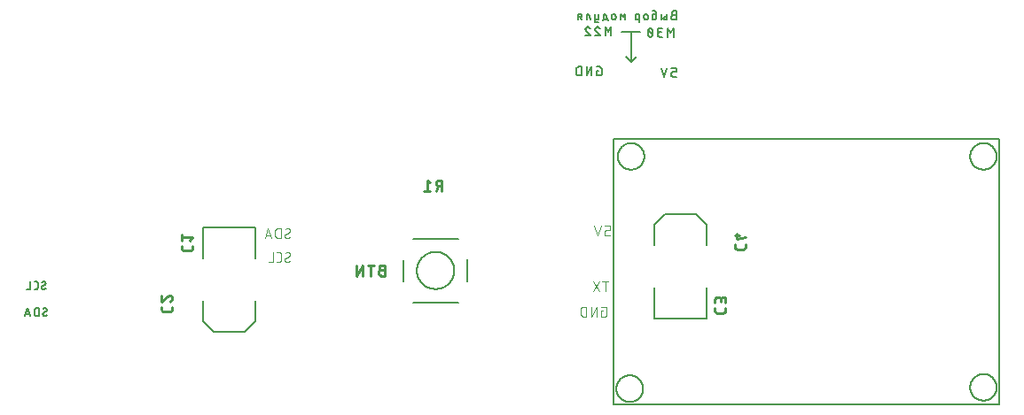
<source format=gbr>
G04 EAGLE Gerber RS-274X export*
G75*
%MOMM*%
%FSLAX34Y34*%
%LPD*%
%INSilkscreen Bottom*%
%IPPOS*%
%AMOC8*
5,1,8,0,0,1.08239X$1,22.5*%
G01*
%ADD10C,0.076200*%
%ADD11C,0.177800*%
%ADD12C,0.152400*%
%ADD13C,0.203200*%
%ADD14C,0.254000*%
%ADD15C,0.127000*%


D10*
X594225Y245632D02*
X592658Y245632D01*
X592658Y240411D01*
X595791Y240411D01*
X595880Y240413D01*
X595968Y240419D01*
X596056Y240428D01*
X596144Y240441D01*
X596231Y240458D01*
X596317Y240478D01*
X596402Y240503D01*
X596487Y240530D01*
X596570Y240562D01*
X596651Y240596D01*
X596731Y240635D01*
X596809Y240676D01*
X596886Y240721D01*
X596960Y240769D01*
X597033Y240820D01*
X597103Y240874D01*
X597170Y240932D01*
X597236Y240992D01*
X597298Y241054D01*
X597358Y241120D01*
X597416Y241187D01*
X597470Y241257D01*
X597521Y241330D01*
X597569Y241404D01*
X597614Y241481D01*
X597655Y241559D01*
X597694Y241639D01*
X597728Y241720D01*
X597760Y241803D01*
X597787Y241888D01*
X597812Y241973D01*
X597832Y242059D01*
X597849Y242146D01*
X597862Y242234D01*
X597871Y242322D01*
X597877Y242410D01*
X597879Y242499D01*
X597879Y247721D01*
X597877Y247810D01*
X597871Y247898D01*
X597862Y247986D01*
X597849Y248074D01*
X597832Y248161D01*
X597812Y248247D01*
X597787Y248332D01*
X597760Y248417D01*
X597728Y248500D01*
X597694Y248581D01*
X597655Y248661D01*
X597614Y248739D01*
X597569Y248816D01*
X597521Y248890D01*
X597470Y248963D01*
X597416Y249033D01*
X597358Y249100D01*
X597298Y249166D01*
X597236Y249228D01*
X597170Y249288D01*
X597103Y249346D01*
X597033Y249400D01*
X596960Y249451D01*
X596886Y249499D01*
X596809Y249544D01*
X596731Y249585D01*
X596651Y249624D01*
X596570Y249658D01*
X596487Y249690D01*
X596402Y249717D01*
X596317Y249742D01*
X596231Y249762D01*
X596144Y249779D01*
X596056Y249792D01*
X595968Y249801D01*
X595880Y249807D01*
X595791Y249809D01*
X592658Y249809D01*
X588126Y249809D02*
X588126Y240411D01*
X582905Y240411D02*
X588126Y249809D01*
X582905Y249809D02*
X582905Y240411D01*
X578372Y240411D02*
X578372Y249809D01*
X575762Y249809D01*
X575662Y249807D01*
X575562Y249801D01*
X575463Y249792D01*
X575363Y249778D01*
X575265Y249761D01*
X575167Y249740D01*
X575070Y249716D01*
X574974Y249687D01*
X574879Y249655D01*
X574786Y249620D01*
X574694Y249581D01*
X574603Y249538D01*
X574515Y249492D01*
X574428Y249442D01*
X574343Y249390D01*
X574260Y249334D01*
X574179Y249275D01*
X574101Y249212D01*
X574025Y249147D01*
X573951Y249079D01*
X573881Y249009D01*
X573813Y248935D01*
X573748Y248859D01*
X573685Y248781D01*
X573626Y248700D01*
X573570Y248617D01*
X573518Y248532D01*
X573468Y248445D01*
X573422Y248357D01*
X573379Y248266D01*
X573340Y248174D01*
X573305Y248081D01*
X573273Y247986D01*
X573244Y247890D01*
X573220Y247793D01*
X573199Y247695D01*
X573182Y247597D01*
X573168Y247497D01*
X573159Y247398D01*
X573153Y247298D01*
X573151Y247198D01*
X573151Y243022D01*
X573153Y242922D01*
X573159Y242822D01*
X573168Y242723D01*
X573182Y242623D01*
X573199Y242525D01*
X573220Y242427D01*
X573244Y242330D01*
X573273Y242234D01*
X573305Y242139D01*
X573340Y242046D01*
X573379Y241954D01*
X573422Y241863D01*
X573468Y241775D01*
X573518Y241688D01*
X573570Y241603D01*
X573626Y241520D01*
X573685Y241439D01*
X573748Y241361D01*
X573813Y241285D01*
X573881Y241211D01*
X573951Y241141D01*
X574025Y241073D01*
X574101Y241008D01*
X574179Y240945D01*
X574260Y240886D01*
X574343Y240830D01*
X574428Y240778D01*
X574515Y240728D01*
X574603Y240682D01*
X574694Y240639D01*
X574786Y240600D01*
X574879Y240565D01*
X574974Y240533D01*
X575070Y240504D01*
X575167Y240480D01*
X575265Y240459D01*
X575363Y240442D01*
X575463Y240428D01*
X575562Y240419D01*
X575662Y240413D01*
X575762Y240411D01*
X578372Y240411D01*
X596248Y264541D02*
X596248Y273939D01*
X598859Y273939D02*
X593637Y273939D01*
X584581Y273939D02*
X590846Y264541D01*
X584581Y264541D02*
X590846Y273939D01*
X597606Y317881D02*
X600738Y317881D01*
X597606Y317881D02*
X597517Y317883D01*
X597429Y317889D01*
X597341Y317898D01*
X597253Y317911D01*
X597166Y317928D01*
X597080Y317948D01*
X596995Y317973D01*
X596910Y318000D01*
X596827Y318032D01*
X596746Y318066D01*
X596666Y318105D01*
X596588Y318146D01*
X596511Y318191D01*
X596437Y318239D01*
X596364Y318290D01*
X596294Y318344D01*
X596227Y318402D01*
X596161Y318462D01*
X596099Y318524D01*
X596039Y318590D01*
X595981Y318657D01*
X595927Y318727D01*
X595876Y318800D01*
X595828Y318874D01*
X595783Y318951D01*
X595742Y319029D01*
X595703Y319109D01*
X595669Y319190D01*
X595637Y319273D01*
X595610Y319358D01*
X595585Y319443D01*
X595565Y319529D01*
X595548Y319616D01*
X595535Y319704D01*
X595526Y319792D01*
X595520Y319880D01*
X595518Y319969D01*
X595517Y319969D02*
X595517Y321014D01*
X595518Y321014D02*
X595520Y321103D01*
X595526Y321191D01*
X595535Y321279D01*
X595548Y321367D01*
X595565Y321454D01*
X595585Y321540D01*
X595610Y321625D01*
X595637Y321710D01*
X595669Y321793D01*
X595703Y321874D01*
X595742Y321954D01*
X595783Y322032D01*
X595828Y322109D01*
X595876Y322183D01*
X595927Y322256D01*
X595981Y322326D01*
X596039Y322393D01*
X596099Y322459D01*
X596161Y322521D01*
X596227Y322581D01*
X596294Y322639D01*
X596364Y322693D01*
X596437Y322744D01*
X596511Y322792D01*
X596588Y322837D01*
X596666Y322878D01*
X596746Y322917D01*
X596827Y322951D01*
X596910Y322983D01*
X596995Y323010D01*
X597080Y323035D01*
X597166Y323055D01*
X597253Y323072D01*
X597341Y323085D01*
X597429Y323094D01*
X597517Y323100D01*
X597606Y323102D01*
X600738Y323102D01*
X600738Y327279D01*
X595517Y327279D01*
X592116Y327279D02*
X588984Y317881D01*
X585851Y327279D01*
X292396Y315341D02*
X292307Y315343D01*
X292219Y315349D01*
X292131Y315358D01*
X292043Y315371D01*
X291956Y315388D01*
X291870Y315408D01*
X291785Y315433D01*
X291700Y315460D01*
X291617Y315492D01*
X291536Y315526D01*
X291456Y315565D01*
X291378Y315606D01*
X291301Y315651D01*
X291227Y315699D01*
X291154Y315750D01*
X291084Y315804D01*
X291017Y315862D01*
X290951Y315922D01*
X290889Y315984D01*
X290829Y316050D01*
X290771Y316117D01*
X290717Y316187D01*
X290666Y316260D01*
X290618Y316334D01*
X290573Y316411D01*
X290532Y316489D01*
X290493Y316569D01*
X290459Y316650D01*
X290427Y316733D01*
X290400Y316818D01*
X290375Y316903D01*
X290355Y316989D01*
X290338Y317076D01*
X290325Y317164D01*
X290316Y317252D01*
X290310Y317340D01*
X290308Y317429D01*
X292396Y315341D02*
X292525Y315343D01*
X292654Y315349D01*
X292783Y315358D01*
X292911Y315371D01*
X293039Y315388D01*
X293166Y315409D01*
X293293Y315433D01*
X293419Y315461D01*
X293544Y315493D01*
X293668Y315528D01*
X293791Y315567D01*
X293913Y315610D01*
X294033Y315656D01*
X294152Y315706D01*
X294270Y315759D01*
X294386Y315815D01*
X294500Y315875D01*
X294613Y315938D01*
X294723Y316005D01*
X294832Y316074D01*
X294938Y316147D01*
X295043Y316223D01*
X295145Y316302D01*
X295245Y316384D01*
X295342Y316468D01*
X295437Y316556D01*
X295529Y316646D01*
X295268Y322651D02*
X295266Y322740D01*
X295260Y322828D01*
X295251Y322916D01*
X295238Y323004D01*
X295221Y323091D01*
X295201Y323177D01*
X295176Y323262D01*
X295149Y323347D01*
X295117Y323430D01*
X295083Y323511D01*
X295044Y323591D01*
X295003Y323669D01*
X294958Y323746D01*
X294910Y323820D01*
X294859Y323893D01*
X294805Y323963D01*
X294747Y324030D01*
X294687Y324096D01*
X294625Y324158D01*
X294559Y324218D01*
X294492Y324276D01*
X294422Y324330D01*
X294349Y324381D01*
X294275Y324429D01*
X294198Y324474D01*
X294120Y324515D01*
X294040Y324554D01*
X293959Y324588D01*
X293876Y324620D01*
X293791Y324647D01*
X293706Y324672D01*
X293620Y324692D01*
X293533Y324709D01*
X293445Y324722D01*
X293357Y324731D01*
X293269Y324737D01*
X293180Y324739D01*
X293060Y324737D01*
X292940Y324732D01*
X292821Y324722D01*
X292701Y324710D01*
X292582Y324693D01*
X292464Y324673D01*
X292346Y324649D01*
X292230Y324622D01*
X292114Y324591D01*
X291999Y324557D01*
X291885Y324519D01*
X291772Y324477D01*
X291661Y324432D01*
X291551Y324384D01*
X291443Y324333D01*
X291336Y324278D01*
X291231Y324220D01*
X291128Y324158D01*
X291027Y324094D01*
X290927Y324026D01*
X290830Y323956D01*
X294224Y320824D02*
X294302Y320872D01*
X294378Y320924D01*
X294451Y320978D01*
X294522Y321036D01*
X294591Y321097D01*
X294657Y321161D01*
X294720Y321228D01*
X294780Y321297D01*
X294837Y321369D01*
X294891Y321443D01*
X294941Y321520D01*
X294989Y321599D01*
X295032Y321679D01*
X295073Y321762D01*
X295109Y321846D01*
X295142Y321931D01*
X295171Y322018D01*
X295197Y322107D01*
X295219Y322196D01*
X295236Y322286D01*
X295250Y322376D01*
X295260Y322468D01*
X295266Y322559D01*
X295268Y322651D01*
X291352Y319256D02*
X291274Y319208D01*
X291198Y319156D01*
X291125Y319102D01*
X291054Y319044D01*
X290985Y318983D01*
X290919Y318919D01*
X290856Y318852D01*
X290796Y318783D01*
X290739Y318711D01*
X290685Y318637D01*
X290635Y318560D01*
X290587Y318481D01*
X290544Y318401D01*
X290503Y318318D01*
X290467Y318234D01*
X290434Y318149D01*
X290405Y318062D01*
X290379Y317973D01*
X290357Y317884D01*
X290340Y317794D01*
X290326Y317704D01*
X290316Y317612D01*
X290310Y317521D01*
X290308Y317429D01*
X291352Y319257D02*
X294224Y320823D01*
X286385Y324739D02*
X286385Y315341D01*
X286385Y324739D02*
X283775Y324739D01*
X283675Y324737D01*
X283575Y324731D01*
X283476Y324722D01*
X283376Y324708D01*
X283278Y324691D01*
X283180Y324670D01*
X283083Y324646D01*
X282987Y324617D01*
X282892Y324585D01*
X282799Y324550D01*
X282707Y324511D01*
X282616Y324468D01*
X282528Y324422D01*
X282441Y324372D01*
X282356Y324320D01*
X282273Y324264D01*
X282192Y324205D01*
X282114Y324142D01*
X282038Y324077D01*
X281964Y324009D01*
X281894Y323939D01*
X281826Y323865D01*
X281761Y323789D01*
X281698Y323711D01*
X281639Y323630D01*
X281583Y323547D01*
X281531Y323462D01*
X281481Y323375D01*
X281435Y323287D01*
X281392Y323196D01*
X281353Y323104D01*
X281318Y323011D01*
X281286Y322916D01*
X281257Y322820D01*
X281233Y322723D01*
X281212Y322625D01*
X281195Y322527D01*
X281181Y322427D01*
X281172Y322328D01*
X281166Y322228D01*
X281164Y322128D01*
X281164Y317952D01*
X281166Y317852D01*
X281172Y317752D01*
X281181Y317653D01*
X281195Y317553D01*
X281212Y317455D01*
X281233Y317357D01*
X281257Y317260D01*
X281286Y317164D01*
X281318Y317069D01*
X281353Y316976D01*
X281392Y316884D01*
X281435Y316793D01*
X281481Y316705D01*
X281531Y316618D01*
X281583Y316533D01*
X281639Y316450D01*
X281698Y316369D01*
X281761Y316291D01*
X281826Y316215D01*
X281894Y316141D01*
X281964Y316071D01*
X282038Y316003D01*
X282114Y315938D01*
X282192Y315875D01*
X282273Y315816D01*
X282356Y315760D01*
X282441Y315708D01*
X282528Y315658D01*
X282616Y315612D01*
X282707Y315569D01*
X282799Y315530D01*
X282892Y315495D01*
X282987Y315463D01*
X283083Y315434D01*
X283180Y315410D01*
X283278Y315389D01*
X283376Y315372D01*
X283476Y315358D01*
X283575Y315349D01*
X283675Y315343D01*
X283775Y315341D01*
X286385Y315341D01*
X277458Y315341D02*
X274326Y324739D01*
X271193Y315341D01*
X271976Y317691D02*
X276675Y317691D01*
X290308Y294569D02*
X290310Y294480D01*
X290316Y294392D01*
X290325Y294304D01*
X290338Y294216D01*
X290355Y294129D01*
X290375Y294043D01*
X290400Y293958D01*
X290427Y293873D01*
X290459Y293790D01*
X290493Y293709D01*
X290532Y293629D01*
X290573Y293551D01*
X290618Y293474D01*
X290666Y293400D01*
X290717Y293327D01*
X290771Y293257D01*
X290829Y293190D01*
X290889Y293124D01*
X290951Y293062D01*
X291017Y293002D01*
X291084Y292944D01*
X291154Y292890D01*
X291227Y292839D01*
X291301Y292791D01*
X291378Y292746D01*
X291456Y292705D01*
X291536Y292666D01*
X291617Y292632D01*
X291700Y292600D01*
X291785Y292573D01*
X291870Y292548D01*
X291956Y292528D01*
X292043Y292511D01*
X292131Y292498D01*
X292219Y292489D01*
X292307Y292483D01*
X292396Y292481D01*
X292525Y292483D01*
X292654Y292489D01*
X292783Y292498D01*
X292911Y292511D01*
X293039Y292528D01*
X293166Y292549D01*
X293293Y292573D01*
X293419Y292601D01*
X293544Y292633D01*
X293668Y292668D01*
X293791Y292707D01*
X293913Y292750D01*
X294033Y292796D01*
X294152Y292846D01*
X294270Y292899D01*
X294386Y292955D01*
X294500Y293015D01*
X294613Y293078D01*
X294723Y293145D01*
X294832Y293214D01*
X294938Y293287D01*
X295043Y293363D01*
X295145Y293442D01*
X295245Y293524D01*
X295342Y293608D01*
X295437Y293696D01*
X295529Y293786D01*
X295268Y299791D02*
X295266Y299880D01*
X295260Y299968D01*
X295251Y300056D01*
X295238Y300144D01*
X295221Y300231D01*
X295201Y300317D01*
X295176Y300402D01*
X295149Y300487D01*
X295117Y300570D01*
X295083Y300651D01*
X295044Y300731D01*
X295003Y300809D01*
X294958Y300886D01*
X294910Y300960D01*
X294859Y301033D01*
X294805Y301103D01*
X294747Y301170D01*
X294687Y301236D01*
X294625Y301298D01*
X294559Y301358D01*
X294492Y301416D01*
X294422Y301470D01*
X294349Y301521D01*
X294275Y301569D01*
X294198Y301614D01*
X294120Y301655D01*
X294040Y301694D01*
X293959Y301728D01*
X293876Y301760D01*
X293791Y301787D01*
X293706Y301812D01*
X293620Y301832D01*
X293533Y301849D01*
X293445Y301862D01*
X293357Y301871D01*
X293269Y301877D01*
X293180Y301879D01*
X293060Y301877D01*
X292940Y301872D01*
X292821Y301862D01*
X292701Y301850D01*
X292582Y301833D01*
X292464Y301813D01*
X292346Y301789D01*
X292230Y301762D01*
X292114Y301731D01*
X291999Y301697D01*
X291885Y301659D01*
X291772Y301617D01*
X291661Y301572D01*
X291551Y301524D01*
X291443Y301473D01*
X291336Y301418D01*
X291231Y301360D01*
X291128Y301298D01*
X291027Y301234D01*
X290927Y301166D01*
X290830Y301096D01*
X294224Y297964D02*
X294302Y298012D01*
X294378Y298064D01*
X294451Y298118D01*
X294522Y298176D01*
X294591Y298237D01*
X294657Y298301D01*
X294720Y298368D01*
X294780Y298437D01*
X294837Y298509D01*
X294891Y298583D01*
X294941Y298660D01*
X294989Y298739D01*
X295032Y298819D01*
X295073Y298902D01*
X295109Y298986D01*
X295142Y299071D01*
X295171Y299158D01*
X295197Y299247D01*
X295219Y299336D01*
X295236Y299426D01*
X295250Y299516D01*
X295260Y299608D01*
X295266Y299699D01*
X295268Y299791D01*
X291352Y296396D02*
X291274Y296348D01*
X291198Y296296D01*
X291125Y296242D01*
X291054Y296184D01*
X290985Y296123D01*
X290919Y296059D01*
X290856Y295992D01*
X290796Y295923D01*
X290739Y295851D01*
X290685Y295777D01*
X290635Y295700D01*
X290587Y295621D01*
X290544Y295541D01*
X290503Y295458D01*
X290467Y295374D01*
X290434Y295289D01*
X290405Y295202D01*
X290379Y295113D01*
X290357Y295024D01*
X290340Y294934D01*
X290326Y294844D01*
X290316Y294752D01*
X290310Y294661D01*
X290308Y294569D01*
X291352Y296397D02*
X294224Y297963D01*
X284627Y292481D02*
X282539Y292481D01*
X284627Y292481D02*
X284716Y292483D01*
X284804Y292489D01*
X284892Y292498D01*
X284980Y292511D01*
X285067Y292528D01*
X285153Y292548D01*
X285238Y292573D01*
X285323Y292600D01*
X285406Y292632D01*
X285487Y292666D01*
X285567Y292705D01*
X285645Y292746D01*
X285722Y292791D01*
X285796Y292839D01*
X285869Y292890D01*
X285939Y292944D01*
X286006Y293002D01*
X286072Y293062D01*
X286134Y293124D01*
X286194Y293190D01*
X286252Y293257D01*
X286306Y293327D01*
X286357Y293400D01*
X286405Y293474D01*
X286450Y293551D01*
X286491Y293629D01*
X286530Y293709D01*
X286564Y293790D01*
X286596Y293873D01*
X286623Y293958D01*
X286648Y294043D01*
X286668Y294129D01*
X286685Y294216D01*
X286698Y294304D01*
X286707Y294392D01*
X286713Y294480D01*
X286715Y294569D01*
X286716Y294569D02*
X286716Y299791D01*
X286715Y299791D02*
X286713Y299880D01*
X286707Y299968D01*
X286698Y300056D01*
X286685Y300144D01*
X286668Y300231D01*
X286648Y300317D01*
X286623Y300402D01*
X286596Y300487D01*
X286564Y300570D01*
X286530Y300651D01*
X286491Y300731D01*
X286450Y300809D01*
X286405Y300886D01*
X286357Y300960D01*
X286306Y301033D01*
X286252Y301103D01*
X286194Y301170D01*
X286134Y301236D01*
X286072Y301298D01*
X286006Y301358D01*
X285939Y301416D01*
X285869Y301470D01*
X285796Y301521D01*
X285722Y301569D01*
X285645Y301614D01*
X285567Y301655D01*
X285487Y301694D01*
X285406Y301728D01*
X285323Y301760D01*
X285238Y301787D01*
X285153Y301812D01*
X285067Y301832D01*
X284980Y301849D01*
X284892Y301862D01*
X284804Y301871D01*
X284716Y301877D01*
X284627Y301879D01*
X282539Y301879D01*
X278748Y301879D02*
X278748Y292481D01*
X274571Y292481D01*
D11*
X588304Y475766D02*
X589701Y475766D01*
X588304Y475766D02*
X588304Y471109D01*
X591098Y471109D01*
X591182Y471111D01*
X591265Y471117D01*
X591348Y471126D01*
X591431Y471139D01*
X591513Y471156D01*
X591594Y471176D01*
X591674Y471200D01*
X591753Y471228D01*
X591830Y471259D01*
X591906Y471293D01*
X591981Y471331D01*
X592054Y471373D01*
X592124Y471417D01*
X592193Y471465D01*
X592260Y471515D01*
X592324Y471569D01*
X592385Y471625D01*
X592445Y471685D01*
X592501Y471746D01*
X592555Y471810D01*
X592605Y471877D01*
X592653Y471946D01*
X592697Y472016D01*
X592739Y472089D01*
X592777Y472164D01*
X592811Y472240D01*
X592842Y472317D01*
X592870Y472396D01*
X592894Y472476D01*
X592914Y472557D01*
X592931Y472639D01*
X592944Y472722D01*
X592954Y472805D01*
X592959Y472888D01*
X592961Y472972D01*
X592961Y477628D01*
X592959Y477714D01*
X592953Y477800D01*
X592943Y477885D01*
X592929Y477970D01*
X592912Y478055D01*
X592890Y478138D01*
X592864Y478220D01*
X592835Y478301D01*
X592802Y478380D01*
X592766Y478458D01*
X592726Y478535D01*
X592682Y478609D01*
X592635Y478681D01*
X592585Y478751D01*
X592531Y478818D01*
X592475Y478883D01*
X592415Y478945D01*
X592353Y479005D01*
X592288Y479061D01*
X592221Y479115D01*
X592151Y479165D01*
X592079Y479212D01*
X592005Y479256D01*
X591928Y479296D01*
X591851Y479332D01*
X591771Y479365D01*
X591690Y479394D01*
X591608Y479420D01*
X591525Y479442D01*
X591440Y479459D01*
X591355Y479473D01*
X591270Y479483D01*
X591184Y479489D01*
X591098Y479491D01*
X588304Y479491D01*
X583207Y479491D02*
X583207Y471109D01*
X578551Y471109D02*
X583207Y479491D01*
X578551Y479491D02*
X578551Y471109D01*
X573454Y471109D02*
X573454Y479491D01*
X571126Y479491D01*
X571030Y479489D01*
X570934Y479483D01*
X570838Y479473D01*
X570743Y479459D01*
X570648Y479441D01*
X570555Y479420D01*
X570462Y479394D01*
X570370Y479365D01*
X570280Y479332D01*
X570191Y479295D01*
X570104Y479254D01*
X570018Y479210D01*
X569934Y479163D01*
X569853Y479112D01*
X569773Y479058D01*
X569696Y479000D01*
X569621Y478939D01*
X569549Y478876D01*
X569480Y478809D01*
X569413Y478740D01*
X569350Y478668D01*
X569289Y478593D01*
X569231Y478516D01*
X569177Y478436D01*
X569126Y478355D01*
X569079Y478271D01*
X569035Y478185D01*
X568994Y478098D01*
X568957Y478009D01*
X568924Y477919D01*
X568895Y477827D01*
X568869Y477735D01*
X568848Y477641D01*
X568830Y477546D01*
X568816Y477451D01*
X568806Y477355D01*
X568800Y477259D01*
X568798Y477163D01*
X568797Y477163D02*
X568797Y473437D01*
X568799Y473343D01*
X568805Y473250D01*
X568814Y473156D01*
X568827Y473064D01*
X568844Y472971D01*
X568865Y472880D01*
X568889Y472789D01*
X568917Y472700D01*
X568948Y472611D01*
X568983Y472524D01*
X569022Y472439D01*
X569064Y472355D01*
X569109Y472273D01*
X569157Y472193D01*
X569209Y472115D01*
X569264Y472038D01*
X569322Y471965D01*
X569382Y471893D01*
X569446Y471824D01*
X569512Y471758D01*
X569581Y471694D01*
X569653Y471634D01*
X569726Y471576D01*
X569803Y471521D01*
X569881Y471469D01*
X569961Y471421D01*
X570043Y471376D01*
X570127Y471334D01*
X570213Y471295D01*
X570300Y471260D01*
X570388Y471229D01*
X570477Y471201D01*
X570568Y471177D01*
X570659Y471156D01*
X570752Y471139D01*
X570844Y471126D01*
X570938Y471117D01*
X571031Y471111D01*
X571125Y471109D01*
X571126Y471109D02*
X573454Y471109D01*
X661287Y469839D02*
X664081Y469839D01*
X661287Y469839D02*
X661203Y469841D01*
X661120Y469846D01*
X661037Y469856D01*
X660954Y469869D01*
X660872Y469886D01*
X660791Y469906D01*
X660711Y469930D01*
X660632Y469958D01*
X660555Y469989D01*
X660479Y470023D01*
X660404Y470061D01*
X660331Y470103D01*
X660261Y470147D01*
X660192Y470195D01*
X660125Y470245D01*
X660061Y470299D01*
X660000Y470355D01*
X659940Y470415D01*
X659884Y470476D01*
X659830Y470540D01*
X659780Y470607D01*
X659732Y470676D01*
X659688Y470746D01*
X659646Y470819D01*
X659608Y470894D01*
X659574Y470970D01*
X659543Y471047D01*
X659515Y471126D01*
X659491Y471206D01*
X659471Y471287D01*
X659454Y471369D01*
X659441Y471452D01*
X659431Y471535D01*
X659426Y471618D01*
X659424Y471702D01*
X659424Y472633D01*
X659426Y472717D01*
X659432Y472800D01*
X659441Y472883D01*
X659454Y472966D01*
X659471Y473048D01*
X659491Y473129D01*
X659515Y473209D01*
X659543Y473288D01*
X659574Y473365D01*
X659608Y473441D01*
X659646Y473516D01*
X659688Y473589D01*
X659732Y473659D01*
X659780Y473728D01*
X659830Y473795D01*
X659884Y473859D01*
X659940Y473920D01*
X660000Y473980D01*
X660061Y474036D01*
X660125Y474090D01*
X660192Y474140D01*
X660261Y474188D01*
X660331Y474232D01*
X660404Y474274D01*
X660479Y474312D01*
X660555Y474346D01*
X660632Y474377D01*
X660711Y474405D01*
X660791Y474429D01*
X660872Y474449D01*
X660954Y474466D01*
X661037Y474479D01*
X661120Y474489D01*
X661203Y474494D01*
X661287Y474496D01*
X664081Y474496D01*
X664081Y478221D01*
X659424Y478221D01*
X655403Y478221D02*
X652609Y469839D01*
X649815Y478221D01*
D12*
X621030Y483870D02*
X621030Y513080D01*
X612140Y513080D01*
X621030Y513080D02*
X629920Y513080D01*
X615950Y488950D02*
X621030Y483870D01*
X626110Y488950D01*
D11*
X664081Y524449D02*
X664081Y532831D01*
X661753Y532831D01*
X661668Y532829D01*
X661584Y532823D01*
X661499Y532814D01*
X661416Y532800D01*
X661333Y532783D01*
X661250Y532762D01*
X661169Y532737D01*
X661089Y532709D01*
X661011Y532677D01*
X660934Y532641D01*
X660858Y532602D01*
X660785Y532560D01*
X660714Y532514D01*
X660644Y532465D01*
X660577Y532413D01*
X660513Y532358D01*
X660451Y532300D01*
X660391Y532240D01*
X660335Y532176D01*
X660281Y532111D01*
X660231Y532042D01*
X660184Y531972D01*
X660140Y531900D01*
X660099Y531825D01*
X660062Y531749D01*
X660028Y531671D01*
X659998Y531592D01*
X659971Y531511D01*
X659948Y531430D01*
X659929Y531347D01*
X659914Y531264D01*
X659902Y531180D01*
X659894Y531095D01*
X659890Y531010D01*
X659890Y530926D01*
X659894Y530841D01*
X659902Y530756D01*
X659914Y530672D01*
X659929Y530589D01*
X659948Y530506D01*
X659971Y530425D01*
X659998Y530344D01*
X660028Y530265D01*
X660062Y530187D01*
X660099Y530111D01*
X660140Y530037D01*
X660184Y529964D01*
X660231Y529894D01*
X660281Y529825D01*
X660335Y529760D01*
X660391Y529696D01*
X660451Y529636D01*
X660513Y529578D01*
X660577Y529523D01*
X660644Y529471D01*
X660714Y529422D01*
X660785Y529376D01*
X660858Y529334D01*
X660934Y529295D01*
X661011Y529259D01*
X661089Y529227D01*
X661169Y529199D01*
X661250Y529174D01*
X661333Y529153D01*
X661416Y529136D01*
X661499Y529122D01*
X661584Y529113D01*
X661668Y529107D01*
X661753Y529105D01*
X661753Y529106D02*
X664081Y529106D01*
X664081Y524449D02*
X661753Y524449D01*
X661658Y524451D01*
X661563Y524457D01*
X661469Y524466D01*
X661375Y524480D01*
X661281Y524497D01*
X661189Y524518D01*
X661097Y524543D01*
X661007Y524572D01*
X660917Y524604D01*
X660829Y524640D01*
X660743Y524680D01*
X660658Y524722D01*
X660575Y524769D01*
X660494Y524819D01*
X660416Y524872D01*
X660339Y524928D01*
X660265Y524987D01*
X660193Y525049D01*
X660124Y525114D01*
X660057Y525182D01*
X659994Y525252D01*
X659933Y525326D01*
X659875Y525401D01*
X659821Y525479D01*
X659769Y525559D01*
X659721Y525641D01*
X659677Y525724D01*
X659635Y525810D01*
X659598Y525897D01*
X659564Y525986D01*
X659533Y526076D01*
X659506Y526167D01*
X659483Y526259D01*
X659464Y526352D01*
X659449Y526446D01*
X659437Y526540D01*
X659429Y526635D01*
X659425Y526730D01*
X659425Y526824D01*
X659429Y526919D01*
X659437Y527014D01*
X659449Y527108D01*
X659464Y527202D01*
X659483Y527295D01*
X659506Y527387D01*
X659533Y527478D01*
X659564Y527568D01*
X659598Y527657D01*
X659635Y527744D01*
X659677Y527830D01*
X659721Y527913D01*
X659769Y527995D01*
X659821Y528075D01*
X659875Y528153D01*
X659933Y528228D01*
X659994Y528302D01*
X660057Y528372D01*
X660124Y528440D01*
X660193Y528505D01*
X660265Y528567D01*
X660339Y528626D01*
X660416Y528682D01*
X660494Y528735D01*
X660575Y528785D01*
X660658Y528832D01*
X660743Y528874D01*
X660829Y528914D01*
X660917Y528950D01*
X661007Y528982D01*
X661097Y529011D01*
X661189Y529036D01*
X661281Y529057D01*
X661375Y529074D01*
X661469Y529088D01*
X661563Y529097D01*
X661658Y529103D01*
X661753Y529105D01*
X650069Y530037D02*
X650069Y524449D01*
X654726Y524449D02*
X654726Y530037D01*
X654726Y524449D02*
X653329Y524449D01*
X653256Y524451D01*
X653183Y524457D01*
X653110Y524466D01*
X653039Y524480D01*
X652967Y524497D01*
X652897Y524517D01*
X652828Y524542D01*
X652761Y524570D01*
X652695Y524601D01*
X652631Y524636D01*
X652568Y524674D01*
X652508Y524716D01*
X652450Y524760D01*
X652394Y524808D01*
X652341Y524858D01*
X652291Y524911D01*
X652243Y524967D01*
X652199Y525025D01*
X652157Y525085D01*
X652119Y525148D01*
X652084Y525212D01*
X652053Y525278D01*
X652025Y525345D01*
X652000Y525414D01*
X651980Y525484D01*
X651963Y525556D01*
X651949Y525627D01*
X651940Y525700D01*
X651934Y525773D01*
X651932Y525846D01*
X651934Y525919D01*
X651940Y525992D01*
X651949Y526065D01*
X651963Y526136D01*
X651980Y526208D01*
X652000Y526278D01*
X652025Y526347D01*
X652053Y526414D01*
X652084Y526480D01*
X652119Y526545D01*
X652157Y526607D01*
X652199Y526667D01*
X652243Y526725D01*
X652291Y526781D01*
X652341Y526834D01*
X652394Y526884D01*
X652450Y526932D01*
X652508Y526976D01*
X652568Y527018D01*
X652631Y527056D01*
X652695Y527091D01*
X652761Y527122D01*
X652828Y527150D01*
X652897Y527175D01*
X652967Y527195D01*
X653039Y527212D01*
X653110Y527226D01*
X653183Y527235D01*
X653256Y527241D01*
X653329Y527243D01*
X654726Y527243D01*
X643644Y532831D02*
X641782Y532831D01*
X643644Y532831D02*
X643717Y532829D01*
X643790Y532823D01*
X643863Y532814D01*
X643934Y532800D01*
X644006Y532783D01*
X644076Y532763D01*
X644145Y532738D01*
X644212Y532710D01*
X644278Y532679D01*
X644343Y532644D01*
X644405Y532606D01*
X644465Y532564D01*
X644523Y532520D01*
X644579Y532472D01*
X644632Y532422D01*
X644682Y532369D01*
X644730Y532313D01*
X644774Y532255D01*
X644816Y532195D01*
X644854Y532133D01*
X644889Y532068D01*
X644920Y532002D01*
X644948Y531935D01*
X644973Y531866D01*
X644993Y531796D01*
X645010Y531724D01*
X645024Y531653D01*
X645033Y531580D01*
X645039Y531507D01*
X645041Y531434D01*
X645041Y526312D01*
X645042Y526312D02*
X645040Y526227D01*
X645034Y526143D01*
X645025Y526058D01*
X645011Y525975D01*
X644994Y525892D01*
X644973Y525809D01*
X644948Y525728D01*
X644920Y525648D01*
X644888Y525570D01*
X644852Y525493D01*
X644813Y525417D01*
X644771Y525344D01*
X644725Y525273D01*
X644676Y525203D01*
X644624Y525136D01*
X644569Y525072D01*
X644511Y525010D01*
X644451Y524950D01*
X644387Y524894D01*
X644322Y524840D01*
X644253Y524790D01*
X644183Y524743D01*
X644111Y524699D01*
X644036Y524658D01*
X643960Y524621D01*
X643882Y524587D01*
X643803Y524557D01*
X643722Y524530D01*
X643641Y524507D01*
X643558Y524488D01*
X643475Y524473D01*
X643391Y524461D01*
X643306Y524453D01*
X643221Y524449D01*
X643137Y524449D01*
X643052Y524453D01*
X642967Y524461D01*
X642883Y524473D01*
X642800Y524488D01*
X642717Y524507D01*
X642636Y524530D01*
X642555Y524557D01*
X642476Y524587D01*
X642398Y524621D01*
X642322Y524658D01*
X642248Y524699D01*
X642175Y524743D01*
X642105Y524790D01*
X642036Y524840D01*
X641971Y524894D01*
X641907Y524950D01*
X641847Y525010D01*
X641789Y525072D01*
X641734Y525136D01*
X641682Y525203D01*
X641633Y525273D01*
X641587Y525344D01*
X641545Y525417D01*
X641506Y525493D01*
X641470Y525570D01*
X641438Y525648D01*
X641410Y525728D01*
X641385Y525809D01*
X641364Y525892D01*
X641347Y525975D01*
X641333Y526058D01*
X641324Y526143D01*
X641318Y526227D01*
X641316Y526312D01*
X641316Y528174D01*
X641318Y528259D01*
X641324Y528343D01*
X641333Y528428D01*
X641347Y528511D01*
X641364Y528594D01*
X641385Y528677D01*
X641410Y528758D01*
X641438Y528838D01*
X641470Y528916D01*
X641506Y528993D01*
X641545Y529069D01*
X641587Y529142D01*
X641633Y529213D01*
X641682Y529283D01*
X641734Y529350D01*
X641789Y529414D01*
X641847Y529476D01*
X641907Y529536D01*
X641971Y529592D01*
X642036Y529646D01*
X642105Y529696D01*
X642175Y529743D01*
X642248Y529787D01*
X642322Y529828D01*
X642398Y529865D01*
X642476Y529899D01*
X642555Y529929D01*
X642636Y529956D01*
X642717Y529979D01*
X642800Y529998D01*
X642883Y530013D01*
X642967Y530025D01*
X643052Y530033D01*
X643137Y530037D01*
X643221Y530037D01*
X643306Y530033D01*
X643391Y530025D01*
X643475Y530013D01*
X643558Y529998D01*
X643641Y529979D01*
X643722Y529956D01*
X643803Y529929D01*
X643882Y529899D01*
X643960Y529865D01*
X644036Y529828D01*
X644111Y529787D01*
X644183Y529743D01*
X644253Y529696D01*
X644322Y529646D01*
X644387Y529592D01*
X644451Y529536D01*
X644511Y529476D01*
X644569Y529414D01*
X644624Y529350D01*
X644676Y529283D01*
X644725Y529213D01*
X644771Y529142D01*
X644813Y529069D01*
X644852Y528993D01*
X644888Y528916D01*
X644920Y528838D01*
X644948Y528758D01*
X644973Y528677D01*
X644994Y528594D01*
X645011Y528511D01*
X645025Y528428D01*
X645034Y528343D01*
X645040Y528259D01*
X645042Y528174D01*
X637192Y528174D02*
X637192Y526312D01*
X637192Y528174D02*
X637190Y528259D01*
X637184Y528343D01*
X637175Y528428D01*
X637161Y528511D01*
X637144Y528594D01*
X637123Y528677D01*
X637098Y528758D01*
X637070Y528838D01*
X637038Y528916D01*
X637002Y528993D01*
X636963Y529069D01*
X636921Y529142D01*
X636875Y529213D01*
X636826Y529283D01*
X636774Y529350D01*
X636719Y529414D01*
X636661Y529476D01*
X636601Y529536D01*
X636537Y529592D01*
X636472Y529646D01*
X636403Y529696D01*
X636333Y529743D01*
X636261Y529787D01*
X636186Y529828D01*
X636110Y529865D01*
X636032Y529899D01*
X635953Y529929D01*
X635872Y529956D01*
X635791Y529979D01*
X635708Y529998D01*
X635625Y530013D01*
X635541Y530025D01*
X635456Y530033D01*
X635371Y530037D01*
X635287Y530037D01*
X635202Y530033D01*
X635117Y530025D01*
X635033Y530013D01*
X634950Y529998D01*
X634867Y529979D01*
X634786Y529956D01*
X634705Y529929D01*
X634626Y529899D01*
X634548Y529865D01*
X634472Y529828D01*
X634398Y529787D01*
X634325Y529743D01*
X634255Y529696D01*
X634186Y529646D01*
X634121Y529592D01*
X634057Y529536D01*
X633997Y529476D01*
X633939Y529414D01*
X633884Y529350D01*
X633832Y529283D01*
X633783Y529213D01*
X633737Y529142D01*
X633695Y529069D01*
X633656Y528993D01*
X633620Y528916D01*
X633588Y528838D01*
X633560Y528758D01*
X633535Y528677D01*
X633514Y528594D01*
X633497Y528511D01*
X633483Y528428D01*
X633474Y528343D01*
X633468Y528259D01*
X633466Y528174D01*
X633466Y526312D01*
X633468Y526227D01*
X633474Y526143D01*
X633483Y526058D01*
X633497Y525975D01*
X633514Y525892D01*
X633535Y525809D01*
X633560Y525728D01*
X633588Y525648D01*
X633620Y525570D01*
X633656Y525493D01*
X633695Y525417D01*
X633737Y525344D01*
X633783Y525273D01*
X633832Y525203D01*
X633884Y525136D01*
X633939Y525072D01*
X633997Y525010D01*
X634057Y524950D01*
X634121Y524894D01*
X634186Y524840D01*
X634255Y524790D01*
X634325Y524743D01*
X634398Y524699D01*
X634472Y524658D01*
X634548Y524621D01*
X634626Y524587D01*
X634705Y524557D01*
X634786Y524530D01*
X634867Y524507D01*
X634950Y524488D01*
X635033Y524473D01*
X635117Y524461D01*
X635202Y524453D01*
X635287Y524449D01*
X635371Y524449D01*
X635456Y524453D01*
X635541Y524461D01*
X635625Y524473D01*
X635708Y524488D01*
X635791Y524507D01*
X635872Y524530D01*
X635953Y524557D01*
X636032Y524587D01*
X636110Y524621D01*
X636186Y524658D01*
X636261Y524699D01*
X636333Y524743D01*
X636403Y524790D01*
X636472Y524840D01*
X636537Y524894D01*
X636601Y524950D01*
X636661Y525010D01*
X636719Y525072D01*
X636774Y525136D01*
X636826Y525203D01*
X636875Y525273D01*
X636921Y525344D01*
X636963Y525417D01*
X637002Y525493D01*
X637038Y525570D01*
X637070Y525648D01*
X637098Y525728D01*
X637123Y525809D01*
X637144Y525892D01*
X637161Y525975D01*
X637175Y526058D01*
X637184Y526143D01*
X637190Y526227D01*
X637192Y526312D01*
X628887Y530037D02*
X628887Y521655D01*
X628887Y530037D02*
X626559Y530037D01*
X626486Y530035D01*
X626413Y530029D01*
X626340Y530020D01*
X626269Y530006D01*
X626197Y529989D01*
X626127Y529969D01*
X626058Y529944D01*
X625991Y529916D01*
X625925Y529885D01*
X625861Y529850D01*
X625798Y529812D01*
X625738Y529770D01*
X625680Y529726D01*
X625624Y529678D01*
X625571Y529628D01*
X625521Y529575D01*
X625473Y529519D01*
X625429Y529461D01*
X625387Y529401D01*
X625349Y529339D01*
X625314Y529274D01*
X625283Y529208D01*
X625255Y529141D01*
X625230Y529072D01*
X625210Y529002D01*
X625193Y528930D01*
X625179Y528859D01*
X625170Y528786D01*
X625164Y528713D01*
X625162Y528640D01*
X625162Y525846D01*
X625164Y525773D01*
X625170Y525700D01*
X625179Y525627D01*
X625193Y525556D01*
X625210Y525484D01*
X625230Y525414D01*
X625255Y525345D01*
X625283Y525278D01*
X625314Y525212D01*
X625349Y525148D01*
X625387Y525085D01*
X625429Y525025D01*
X625473Y524967D01*
X625521Y524911D01*
X625571Y524858D01*
X625624Y524808D01*
X625680Y524760D01*
X625738Y524716D01*
X625798Y524674D01*
X625861Y524636D01*
X625925Y524601D01*
X625991Y524570D01*
X626058Y524542D01*
X626127Y524517D01*
X626197Y524497D01*
X626269Y524480D01*
X626340Y524466D01*
X626413Y524457D01*
X626486Y524451D01*
X626559Y524449D01*
X628887Y524449D01*
X615712Y524449D02*
X615712Y530037D01*
X613384Y526777D01*
X611055Y530037D01*
X611055Y524449D01*
X606407Y526312D02*
X606407Y528174D01*
X606405Y528259D01*
X606399Y528343D01*
X606390Y528428D01*
X606376Y528511D01*
X606359Y528594D01*
X606338Y528677D01*
X606313Y528758D01*
X606285Y528838D01*
X606253Y528916D01*
X606217Y528993D01*
X606178Y529069D01*
X606136Y529142D01*
X606090Y529213D01*
X606041Y529283D01*
X605989Y529350D01*
X605934Y529414D01*
X605876Y529476D01*
X605816Y529536D01*
X605752Y529592D01*
X605687Y529646D01*
X605618Y529696D01*
X605548Y529743D01*
X605476Y529787D01*
X605401Y529828D01*
X605325Y529865D01*
X605247Y529899D01*
X605168Y529929D01*
X605087Y529956D01*
X605006Y529979D01*
X604923Y529998D01*
X604840Y530013D01*
X604756Y530025D01*
X604671Y530033D01*
X604586Y530037D01*
X604502Y530037D01*
X604417Y530033D01*
X604332Y530025D01*
X604248Y530013D01*
X604165Y529998D01*
X604082Y529979D01*
X604001Y529956D01*
X603920Y529929D01*
X603841Y529899D01*
X603763Y529865D01*
X603687Y529828D01*
X603613Y529787D01*
X603540Y529743D01*
X603470Y529696D01*
X603401Y529646D01*
X603336Y529592D01*
X603272Y529536D01*
X603212Y529476D01*
X603154Y529414D01*
X603099Y529350D01*
X603047Y529283D01*
X602998Y529213D01*
X602952Y529142D01*
X602910Y529069D01*
X602871Y528993D01*
X602835Y528916D01*
X602803Y528838D01*
X602775Y528758D01*
X602750Y528677D01*
X602729Y528594D01*
X602712Y528511D01*
X602698Y528428D01*
X602689Y528343D01*
X602683Y528259D01*
X602681Y528174D01*
X602682Y528174D02*
X602682Y526312D01*
X602681Y526312D02*
X602683Y526227D01*
X602689Y526143D01*
X602698Y526058D01*
X602712Y525975D01*
X602729Y525892D01*
X602750Y525809D01*
X602775Y525728D01*
X602803Y525648D01*
X602835Y525570D01*
X602871Y525493D01*
X602910Y525417D01*
X602952Y525344D01*
X602998Y525273D01*
X603047Y525203D01*
X603099Y525136D01*
X603154Y525072D01*
X603212Y525010D01*
X603272Y524950D01*
X603336Y524894D01*
X603401Y524840D01*
X603470Y524790D01*
X603540Y524743D01*
X603613Y524699D01*
X603687Y524658D01*
X603763Y524621D01*
X603841Y524587D01*
X603920Y524557D01*
X604001Y524530D01*
X604082Y524507D01*
X604165Y524488D01*
X604248Y524473D01*
X604332Y524461D01*
X604417Y524453D01*
X604502Y524449D01*
X604586Y524449D01*
X604671Y524453D01*
X604756Y524461D01*
X604840Y524473D01*
X604923Y524488D01*
X605006Y524507D01*
X605087Y524530D01*
X605168Y524557D01*
X605247Y524587D01*
X605325Y524621D01*
X605401Y524658D01*
X605476Y524699D01*
X605548Y524743D01*
X605618Y524790D01*
X605687Y524840D01*
X605752Y524894D01*
X605816Y524950D01*
X605876Y525010D01*
X605934Y525072D01*
X605989Y525136D01*
X606041Y525203D01*
X606090Y525273D01*
X606136Y525344D01*
X606178Y525417D01*
X606217Y525493D01*
X606253Y525570D01*
X606285Y525648D01*
X606313Y525728D01*
X606338Y525809D01*
X606359Y525892D01*
X606376Y525975D01*
X606390Y526058D01*
X606399Y526143D01*
X606405Y526227D01*
X606407Y526312D01*
X598876Y524449D02*
X598876Y523518D01*
X598876Y524449D02*
X593754Y524449D01*
X593754Y523518D01*
X597945Y524449D02*
X597013Y530037D01*
X594685Y530037D01*
X594685Y524449D01*
X590023Y525846D02*
X590023Y530037D01*
X590023Y525846D02*
X590021Y525773D01*
X590015Y525700D01*
X590006Y525627D01*
X589992Y525556D01*
X589975Y525484D01*
X589955Y525414D01*
X589930Y525345D01*
X589902Y525278D01*
X589871Y525212D01*
X589836Y525148D01*
X589798Y525085D01*
X589756Y525025D01*
X589712Y524967D01*
X589664Y524911D01*
X589614Y524858D01*
X589561Y524808D01*
X589505Y524760D01*
X589447Y524716D01*
X589387Y524674D01*
X589325Y524636D01*
X589260Y524601D01*
X589194Y524570D01*
X589127Y524542D01*
X589058Y524517D01*
X588988Y524497D01*
X588916Y524480D01*
X588845Y524466D01*
X588772Y524457D01*
X588699Y524451D01*
X588626Y524449D01*
X586298Y524449D01*
X586298Y523052D02*
X586298Y530037D01*
X586298Y523052D02*
X586300Y522979D01*
X586306Y522906D01*
X586315Y522833D01*
X586329Y522762D01*
X586346Y522690D01*
X586366Y522620D01*
X586391Y522551D01*
X586419Y522484D01*
X586450Y522418D01*
X586485Y522354D01*
X586523Y522291D01*
X586565Y522231D01*
X586609Y522173D01*
X586657Y522117D01*
X586707Y522064D01*
X586760Y522014D01*
X586816Y521966D01*
X586874Y521922D01*
X586934Y521880D01*
X586997Y521842D01*
X587061Y521807D01*
X587127Y521776D01*
X587194Y521748D01*
X587263Y521723D01*
X587333Y521703D01*
X587405Y521686D01*
X587476Y521672D01*
X587549Y521663D01*
X587622Y521657D01*
X587695Y521655D01*
X589557Y521655D01*
X582633Y524449D02*
X580770Y530037D01*
X578907Y530037D01*
X578907Y524449D01*
X570448Y524449D02*
X570448Y530037D01*
X572776Y530037D01*
X572849Y530035D01*
X572922Y530029D01*
X572995Y530020D01*
X573066Y530006D01*
X573138Y529989D01*
X573208Y529969D01*
X573277Y529944D01*
X573344Y529916D01*
X573410Y529885D01*
X573475Y529850D01*
X573537Y529812D01*
X573597Y529770D01*
X573655Y529726D01*
X573711Y529678D01*
X573764Y529628D01*
X573814Y529575D01*
X573862Y529519D01*
X573906Y529461D01*
X573948Y529401D01*
X573986Y529339D01*
X574021Y529274D01*
X574052Y529208D01*
X574080Y529141D01*
X574105Y529072D01*
X574125Y529002D01*
X574142Y528930D01*
X574156Y528859D01*
X574165Y528786D01*
X574171Y528713D01*
X574173Y528640D01*
X574171Y528567D01*
X574165Y528494D01*
X574156Y528421D01*
X574142Y528350D01*
X574125Y528278D01*
X574105Y528208D01*
X574080Y528139D01*
X574052Y528072D01*
X574021Y528006D01*
X573986Y527942D01*
X573948Y527879D01*
X573906Y527819D01*
X573862Y527761D01*
X573814Y527705D01*
X573764Y527652D01*
X573711Y527602D01*
X573655Y527554D01*
X573597Y527510D01*
X573537Y527468D01*
X573475Y527430D01*
X573410Y527395D01*
X573344Y527364D01*
X573277Y527336D01*
X573208Y527311D01*
X573138Y527291D01*
X573066Y527274D01*
X572995Y527260D01*
X572922Y527251D01*
X572849Y527245D01*
X572776Y527243D01*
X570448Y527243D01*
X572311Y527243D02*
X574173Y524449D01*
X661541Y516321D02*
X661541Y507939D01*
X658747Y511664D02*
X661541Y516321D01*
X658747Y511664D02*
X655953Y516321D01*
X655953Y507939D01*
X651017Y507939D02*
X648689Y507939D01*
X648594Y507941D01*
X648499Y507947D01*
X648405Y507956D01*
X648311Y507970D01*
X648217Y507987D01*
X648125Y508008D01*
X648033Y508033D01*
X647943Y508062D01*
X647853Y508094D01*
X647765Y508130D01*
X647679Y508170D01*
X647594Y508212D01*
X647511Y508259D01*
X647430Y508309D01*
X647352Y508362D01*
X647275Y508418D01*
X647201Y508477D01*
X647129Y508539D01*
X647060Y508604D01*
X646993Y508672D01*
X646930Y508742D01*
X646869Y508816D01*
X646811Y508891D01*
X646757Y508969D01*
X646705Y509049D01*
X646657Y509131D01*
X646613Y509214D01*
X646571Y509300D01*
X646534Y509387D01*
X646500Y509476D01*
X646469Y509566D01*
X646442Y509657D01*
X646419Y509749D01*
X646400Y509842D01*
X646385Y509936D01*
X646373Y510030D01*
X646365Y510125D01*
X646361Y510220D01*
X646361Y510314D01*
X646365Y510409D01*
X646373Y510504D01*
X646385Y510598D01*
X646400Y510692D01*
X646419Y510785D01*
X646442Y510877D01*
X646469Y510968D01*
X646500Y511058D01*
X646534Y511147D01*
X646571Y511234D01*
X646613Y511320D01*
X646657Y511403D01*
X646705Y511485D01*
X646757Y511565D01*
X646811Y511643D01*
X646869Y511718D01*
X646930Y511792D01*
X646993Y511862D01*
X647060Y511930D01*
X647129Y511995D01*
X647201Y512057D01*
X647275Y512116D01*
X647352Y512172D01*
X647430Y512225D01*
X647511Y512275D01*
X647594Y512322D01*
X647679Y512364D01*
X647765Y512404D01*
X647853Y512440D01*
X647943Y512472D01*
X648033Y512501D01*
X648125Y512526D01*
X648217Y512547D01*
X648311Y512564D01*
X648405Y512578D01*
X648499Y512587D01*
X648594Y512593D01*
X648689Y512595D01*
X648223Y516321D02*
X651017Y516321D01*
X648223Y516321D02*
X648138Y516319D01*
X648054Y516313D01*
X647969Y516304D01*
X647886Y516290D01*
X647803Y516273D01*
X647720Y516252D01*
X647639Y516227D01*
X647559Y516199D01*
X647481Y516167D01*
X647404Y516131D01*
X647328Y516092D01*
X647255Y516050D01*
X647184Y516004D01*
X647114Y515955D01*
X647047Y515903D01*
X646983Y515848D01*
X646921Y515790D01*
X646861Y515730D01*
X646805Y515666D01*
X646751Y515601D01*
X646701Y515532D01*
X646654Y515462D01*
X646610Y515390D01*
X646569Y515315D01*
X646532Y515239D01*
X646498Y515161D01*
X646468Y515082D01*
X646441Y515001D01*
X646418Y514920D01*
X646399Y514837D01*
X646384Y514754D01*
X646372Y514670D01*
X646364Y514585D01*
X646360Y514500D01*
X646360Y514416D01*
X646364Y514331D01*
X646372Y514246D01*
X646384Y514162D01*
X646399Y514079D01*
X646418Y513996D01*
X646441Y513915D01*
X646468Y513834D01*
X646498Y513755D01*
X646532Y513677D01*
X646569Y513601D01*
X646610Y513527D01*
X646654Y513454D01*
X646701Y513384D01*
X646751Y513315D01*
X646805Y513250D01*
X646861Y513186D01*
X646921Y513126D01*
X646983Y513068D01*
X647047Y513013D01*
X647114Y512961D01*
X647184Y512912D01*
X647255Y512866D01*
X647328Y512824D01*
X647404Y512785D01*
X647481Y512749D01*
X647559Y512717D01*
X647639Y512689D01*
X647720Y512664D01*
X647803Y512643D01*
X647886Y512626D01*
X647969Y512612D01*
X648054Y512603D01*
X648138Y512597D01*
X648223Y512595D01*
X648223Y512596D02*
X650086Y512596D01*
X641873Y512130D02*
X641871Y512295D01*
X641865Y512460D01*
X641855Y512624D01*
X641842Y512789D01*
X641824Y512953D01*
X641802Y513116D01*
X641777Y513279D01*
X641747Y513441D01*
X641714Y513603D01*
X641677Y513763D01*
X641636Y513923D01*
X641591Y514082D01*
X641543Y514239D01*
X641491Y514396D01*
X641435Y514551D01*
X641375Y514705D01*
X641312Y514857D01*
X641245Y515008D01*
X641175Y515157D01*
X641146Y515234D01*
X641114Y515310D01*
X641079Y515384D01*
X641039Y515456D01*
X640997Y515526D01*
X640951Y515594D01*
X640902Y515660D01*
X640849Y515724D01*
X640794Y515785D01*
X640736Y515843D01*
X640676Y515898D01*
X640612Y515951D01*
X640546Y516000D01*
X640478Y516046D01*
X640408Y516089D01*
X640336Y516129D01*
X640262Y516165D01*
X640187Y516197D01*
X640110Y516226D01*
X640032Y516251D01*
X639952Y516272D01*
X639872Y516290D01*
X639791Y516303D01*
X639709Y516313D01*
X639627Y516319D01*
X639545Y516321D01*
X639463Y516319D01*
X639381Y516313D01*
X639299Y516303D01*
X639218Y516290D01*
X639138Y516272D01*
X639058Y516251D01*
X638980Y516226D01*
X638903Y516197D01*
X638828Y516165D01*
X638754Y516129D01*
X638682Y516089D01*
X638612Y516046D01*
X638544Y516000D01*
X638478Y515951D01*
X638415Y515898D01*
X638354Y515843D01*
X638296Y515785D01*
X638241Y515724D01*
X638188Y515660D01*
X638139Y515594D01*
X638093Y515526D01*
X638051Y515456D01*
X638012Y515384D01*
X637976Y515310D01*
X637944Y515234D01*
X637915Y515157D01*
X637845Y515008D01*
X637778Y514857D01*
X637715Y514705D01*
X637655Y514551D01*
X637599Y514396D01*
X637547Y514239D01*
X637499Y514082D01*
X637454Y513923D01*
X637413Y513763D01*
X637376Y513603D01*
X637343Y513441D01*
X637313Y513279D01*
X637288Y513116D01*
X637266Y512953D01*
X637248Y512789D01*
X637235Y512624D01*
X637225Y512460D01*
X637219Y512295D01*
X637217Y512130D01*
X641874Y512130D02*
X641872Y511965D01*
X641866Y511800D01*
X641856Y511636D01*
X641843Y511471D01*
X641825Y511307D01*
X641803Y511144D01*
X641778Y510981D01*
X641748Y510819D01*
X641715Y510657D01*
X641678Y510496D01*
X641637Y510337D01*
X641592Y510178D01*
X641544Y510020D01*
X641492Y509864D01*
X641436Y509709D01*
X641376Y509555D01*
X641313Y509403D01*
X641246Y509252D01*
X641175Y509103D01*
X641146Y509026D01*
X641114Y508950D01*
X641078Y508876D01*
X641039Y508804D01*
X640997Y508734D01*
X640951Y508666D01*
X640902Y508600D01*
X640849Y508536D01*
X640794Y508475D01*
X640736Y508417D01*
X640676Y508362D01*
X640612Y508309D01*
X640546Y508260D01*
X640478Y508214D01*
X640408Y508171D01*
X640336Y508131D01*
X640262Y508095D01*
X640187Y508063D01*
X640110Y508034D01*
X640032Y508009D01*
X639952Y507988D01*
X639872Y507970D01*
X639791Y507957D01*
X639709Y507947D01*
X639627Y507941D01*
X639545Y507939D01*
X637915Y509103D02*
X637844Y509252D01*
X637777Y509403D01*
X637714Y509555D01*
X637654Y509709D01*
X637598Y509864D01*
X637546Y510020D01*
X637498Y510178D01*
X637453Y510337D01*
X637412Y510496D01*
X637375Y510657D01*
X637342Y510819D01*
X637312Y510981D01*
X637287Y511144D01*
X637265Y511307D01*
X637247Y511471D01*
X637234Y511636D01*
X637224Y511800D01*
X637218Y511965D01*
X637216Y512130D01*
X637915Y509103D02*
X637944Y509026D01*
X637976Y508950D01*
X638012Y508876D01*
X638051Y508804D01*
X638093Y508734D01*
X638139Y508666D01*
X638188Y508600D01*
X638241Y508536D01*
X638296Y508475D01*
X638354Y508417D01*
X638415Y508362D01*
X638478Y508309D01*
X638544Y508260D01*
X638612Y508214D01*
X638682Y508171D01*
X638754Y508131D01*
X638828Y508095D01*
X638903Y508063D01*
X638980Y508034D01*
X639058Y508009D01*
X639138Y507988D01*
X639218Y507970D01*
X639299Y507957D01*
X639381Y507947D01*
X639463Y507941D01*
X639545Y507939D01*
X641407Y509802D02*
X637682Y514458D01*
X601851Y517591D02*
X601851Y509209D01*
X599057Y512934D02*
X601851Y517591D01*
X599057Y512934D02*
X596263Y517591D01*
X596263Y509209D01*
X588766Y517592D02*
X588677Y517590D01*
X588588Y517584D01*
X588500Y517575D01*
X588412Y517562D01*
X588324Y517545D01*
X588238Y517524D01*
X588152Y517500D01*
X588068Y517472D01*
X587984Y517441D01*
X587903Y517406D01*
X587822Y517368D01*
X587744Y517326D01*
X587667Y517281D01*
X587592Y517233D01*
X587520Y517181D01*
X587449Y517127D01*
X587381Y517069D01*
X587316Y517009D01*
X587253Y516946D01*
X587193Y516881D01*
X587135Y516813D01*
X587081Y516742D01*
X587029Y516670D01*
X586981Y516595D01*
X586936Y516518D01*
X586894Y516440D01*
X586856Y516359D01*
X586821Y516278D01*
X586790Y516194D01*
X586762Y516110D01*
X586738Y516024D01*
X586717Y515938D01*
X586700Y515850D01*
X586687Y515762D01*
X586678Y515674D01*
X586672Y515585D01*
X586670Y515496D01*
X588766Y517591D02*
X588869Y517589D01*
X588971Y517583D01*
X589073Y517573D01*
X589175Y517560D01*
X589276Y517542D01*
X589376Y517521D01*
X589476Y517496D01*
X589574Y517467D01*
X589671Y517434D01*
X589767Y517398D01*
X589862Y517358D01*
X589955Y517314D01*
X590046Y517267D01*
X590135Y517217D01*
X590222Y517163D01*
X590308Y517106D01*
X590391Y517046D01*
X590471Y516982D01*
X590549Y516916D01*
X590625Y516846D01*
X590698Y516774D01*
X590768Y516699D01*
X590835Y516621D01*
X590899Y516541D01*
X590960Y516459D01*
X591018Y516374D01*
X591072Y516287D01*
X591124Y516198D01*
X591171Y516108D01*
X591216Y516015D01*
X591256Y515921D01*
X591294Y515825D01*
X591327Y515728D01*
X587369Y513866D02*
X587304Y513930D01*
X587242Y513997D01*
X587182Y514066D01*
X587126Y514138D01*
X587073Y514211D01*
X587022Y514287D01*
X586975Y514365D01*
X586931Y514445D01*
X586890Y514526D01*
X586852Y514609D01*
X586818Y514694D01*
X586787Y514780D01*
X586760Y514867D01*
X586736Y514955D01*
X586716Y515043D01*
X586699Y515133D01*
X586687Y515223D01*
X586677Y515314D01*
X586672Y515405D01*
X586670Y515496D01*
X587369Y513866D02*
X591327Y509209D01*
X586670Y509209D01*
X579622Y517592D02*
X579533Y517590D01*
X579444Y517584D01*
X579356Y517575D01*
X579268Y517562D01*
X579180Y517545D01*
X579094Y517524D01*
X579008Y517500D01*
X578924Y517472D01*
X578840Y517441D01*
X578759Y517406D01*
X578678Y517368D01*
X578600Y517326D01*
X578523Y517281D01*
X578448Y517233D01*
X578376Y517181D01*
X578305Y517127D01*
X578237Y517069D01*
X578172Y517009D01*
X578109Y516946D01*
X578049Y516881D01*
X577991Y516813D01*
X577937Y516742D01*
X577885Y516670D01*
X577837Y516595D01*
X577792Y516518D01*
X577750Y516440D01*
X577712Y516359D01*
X577677Y516278D01*
X577646Y516194D01*
X577618Y516110D01*
X577594Y516024D01*
X577573Y515938D01*
X577556Y515850D01*
X577543Y515762D01*
X577534Y515674D01*
X577528Y515585D01*
X577526Y515496D01*
X579622Y517591D02*
X579725Y517589D01*
X579827Y517583D01*
X579929Y517573D01*
X580031Y517560D01*
X580132Y517542D01*
X580232Y517521D01*
X580332Y517496D01*
X580430Y517467D01*
X580527Y517434D01*
X580623Y517398D01*
X580718Y517358D01*
X580811Y517314D01*
X580902Y517267D01*
X580991Y517217D01*
X581078Y517163D01*
X581164Y517106D01*
X581247Y517046D01*
X581327Y516982D01*
X581405Y516916D01*
X581481Y516846D01*
X581554Y516774D01*
X581624Y516699D01*
X581691Y516621D01*
X581755Y516541D01*
X581816Y516459D01*
X581874Y516374D01*
X581928Y516287D01*
X581980Y516198D01*
X582027Y516108D01*
X582072Y516015D01*
X582112Y515921D01*
X582150Y515825D01*
X582183Y515728D01*
X578225Y513866D02*
X578160Y513930D01*
X578098Y513997D01*
X578038Y514066D01*
X577982Y514138D01*
X577929Y514211D01*
X577878Y514287D01*
X577831Y514365D01*
X577787Y514445D01*
X577746Y514526D01*
X577708Y514609D01*
X577674Y514694D01*
X577643Y514780D01*
X577616Y514867D01*
X577592Y514955D01*
X577572Y515043D01*
X577555Y515133D01*
X577543Y515223D01*
X577533Y515314D01*
X577528Y515405D01*
X577526Y515496D01*
X578225Y513866D02*
X582183Y509209D01*
X577526Y509209D01*
D12*
X61006Y241112D02*
X60927Y241114D01*
X60848Y241120D01*
X60770Y241129D01*
X60692Y241142D01*
X60614Y241159D01*
X60538Y241179D01*
X60463Y241203D01*
X60389Y241231D01*
X60316Y241262D01*
X60245Y241297D01*
X60176Y241335D01*
X60108Y241376D01*
X60043Y241420D01*
X59979Y241467D01*
X59918Y241518D01*
X59860Y241571D01*
X59804Y241627D01*
X59751Y241685D01*
X59700Y241746D01*
X59653Y241810D01*
X59609Y241875D01*
X59568Y241943D01*
X59530Y242012D01*
X59495Y242083D01*
X59464Y242156D01*
X59436Y242230D01*
X59412Y242305D01*
X59392Y242381D01*
X59375Y242459D01*
X59362Y242537D01*
X59353Y242615D01*
X59347Y242694D01*
X59345Y242773D01*
X61006Y241112D02*
X61121Y241114D01*
X61237Y241120D01*
X61352Y241129D01*
X61467Y241142D01*
X61581Y241159D01*
X61694Y241180D01*
X61807Y241205D01*
X61919Y241233D01*
X62030Y241265D01*
X62140Y241300D01*
X62249Y241339D01*
X62356Y241382D01*
X62462Y241428D01*
X62566Y241478D01*
X62669Y241531D01*
X62769Y241587D01*
X62868Y241647D01*
X62965Y241710D01*
X63060Y241776D01*
X63152Y241845D01*
X63243Y241917D01*
X63330Y241992D01*
X63416Y242070D01*
X63498Y242150D01*
X63290Y246927D02*
X63288Y247006D01*
X63282Y247085D01*
X63273Y247163D01*
X63260Y247241D01*
X63243Y247319D01*
X63223Y247395D01*
X63199Y247470D01*
X63171Y247544D01*
X63140Y247617D01*
X63105Y247688D01*
X63067Y247758D01*
X63026Y247825D01*
X62982Y247890D01*
X62935Y247954D01*
X62884Y248015D01*
X62831Y248073D01*
X62775Y248129D01*
X62717Y248182D01*
X62656Y248233D01*
X62592Y248280D01*
X62527Y248324D01*
X62460Y248365D01*
X62390Y248403D01*
X62319Y248438D01*
X62246Y248469D01*
X62172Y248497D01*
X62097Y248521D01*
X62021Y248541D01*
X61943Y248558D01*
X61865Y248571D01*
X61787Y248580D01*
X61708Y248586D01*
X61629Y248588D01*
X61524Y248586D01*
X61418Y248581D01*
X61313Y248572D01*
X61208Y248559D01*
X61104Y248543D01*
X61000Y248524D01*
X60897Y248501D01*
X60795Y248474D01*
X60694Y248444D01*
X60594Y248411D01*
X60495Y248374D01*
X60398Y248334D01*
X60301Y248291D01*
X60207Y248244D01*
X60114Y248195D01*
X60022Y248142D01*
X59933Y248086D01*
X59845Y248027D01*
X59760Y247965D01*
X62460Y245474D02*
X62527Y245516D01*
X62593Y245561D01*
X62656Y245609D01*
X62717Y245660D01*
X62776Y245714D01*
X62831Y245771D01*
X62885Y245830D01*
X62935Y245892D01*
X62982Y245956D01*
X63027Y246022D01*
X63068Y246090D01*
X63106Y246160D01*
X63140Y246232D01*
X63171Y246305D01*
X63199Y246380D01*
X63223Y246456D01*
X63243Y246533D01*
X63260Y246610D01*
X63273Y246689D01*
X63282Y246768D01*
X63288Y246847D01*
X63290Y246927D01*
X60176Y244226D02*
X60108Y244184D01*
X60042Y244139D01*
X59979Y244091D01*
X59918Y244040D01*
X59859Y243986D01*
X59804Y243929D01*
X59750Y243870D01*
X59700Y243808D01*
X59653Y243744D01*
X59608Y243678D01*
X59567Y243610D01*
X59529Y243540D01*
X59495Y243468D01*
X59464Y243395D01*
X59436Y243320D01*
X59412Y243244D01*
X59392Y243167D01*
X59375Y243090D01*
X59362Y243011D01*
X59353Y242932D01*
X59347Y242853D01*
X59345Y242773D01*
X60175Y244227D02*
X62460Y245473D01*
X55398Y248588D02*
X55398Y241112D01*
X55398Y248588D02*
X53321Y248588D01*
X53233Y248586D01*
X53145Y248581D01*
X53057Y248571D01*
X52970Y248558D01*
X52883Y248541D01*
X52798Y248521D01*
X52713Y248497D01*
X52629Y248469D01*
X52547Y248438D01*
X52465Y248404D01*
X52386Y248366D01*
X52308Y248324D01*
X52232Y248280D01*
X52158Y248232D01*
X52086Y248181D01*
X52016Y248127D01*
X51949Y248070D01*
X51884Y248011D01*
X51821Y247948D01*
X51762Y247883D01*
X51705Y247816D01*
X51651Y247746D01*
X51600Y247674D01*
X51552Y247600D01*
X51508Y247524D01*
X51466Y247446D01*
X51428Y247367D01*
X51394Y247285D01*
X51363Y247203D01*
X51335Y247119D01*
X51311Y247034D01*
X51291Y246949D01*
X51274Y246862D01*
X51261Y246775D01*
X51251Y246687D01*
X51246Y246599D01*
X51244Y246511D01*
X51245Y246511D02*
X51245Y243189D01*
X51244Y243189D02*
X51246Y243101D01*
X51251Y243013D01*
X51261Y242925D01*
X51274Y242838D01*
X51291Y242751D01*
X51311Y242666D01*
X51335Y242581D01*
X51363Y242497D01*
X51394Y242415D01*
X51428Y242333D01*
X51466Y242254D01*
X51508Y242176D01*
X51552Y242100D01*
X51600Y242026D01*
X51651Y241954D01*
X51705Y241884D01*
X51762Y241817D01*
X51821Y241752D01*
X51884Y241689D01*
X51949Y241630D01*
X52016Y241573D01*
X52086Y241519D01*
X52158Y241468D01*
X52232Y241420D01*
X52308Y241376D01*
X52386Y241334D01*
X52465Y241296D01*
X52547Y241262D01*
X52629Y241231D01*
X52713Y241203D01*
X52798Y241179D01*
X52883Y241159D01*
X52970Y241142D01*
X53057Y241129D01*
X53145Y241119D01*
X53233Y241114D01*
X53321Y241112D01*
X55398Y241112D01*
X47443Y241112D02*
X44951Y248588D01*
X42459Y241112D01*
X43082Y242981D02*
X46820Y242981D01*
X59736Y266512D02*
X59657Y266514D01*
X59578Y266520D01*
X59500Y266529D01*
X59422Y266542D01*
X59344Y266559D01*
X59268Y266579D01*
X59193Y266603D01*
X59119Y266631D01*
X59046Y266662D01*
X58975Y266697D01*
X58906Y266735D01*
X58838Y266776D01*
X58773Y266820D01*
X58709Y266867D01*
X58648Y266918D01*
X58590Y266971D01*
X58534Y267027D01*
X58481Y267085D01*
X58430Y267146D01*
X58383Y267210D01*
X58339Y267275D01*
X58298Y267343D01*
X58260Y267412D01*
X58225Y267483D01*
X58194Y267556D01*
X58166Y267630D01*
X58142Y267705D01*
X58122Y267781D01*
X58105Y267859D01*
X58092Y267937D01*
X58083Y268015D01*
X58077Y268094D01*
X58075Y268173D01*
X59736Y266512D02*
X59851Y266514D01*
X59967Y266520D01*
X60082Y266529D01*
X60197Y266542D01*
X60311Y266559D01*
X60424Y266580D01*
X60537Y266605D01*
X60649Y266633D01*
X60760Y266665D01*
X60870Y266700D01*
X60979Y266739D01*
X61086Y266782D01*
X61192Y266828D01*
X61296Y266878D01*
X61399Y266931D01*
X61499Y266987D01*
X61598Y267047D01*
X61695Y267110D01*
X61790Y267176D01*
X61882Y267245D01*
X61973Y267317D01*
X62060Y267392D01*
X62146Y267470D01*
X62228Y267550D01*
X62020Y272327D02*
X62018Y272406D01*
X62012Y272485D01*
X62003Y272563D01*
X61990Y272641D01*
X61973Y272719D01*
X61953Y272795D01*
X61929Y272870D01*
X61901Y272944D01*
X61870Y273017D01*
X61835Y273088D01*
X61797Y273158D01*
X61756Y273225D01*
X61712Y273290D01*
X61665Y273354D01*
X61614Y273415D01*
X61561Y273473D01*
X61505Y273529D01*
X61447Y273582D01*
X61386Y273633D01*
X61322Y273680D01*
X61257Y273724D01*
X61190Y273765D01*
X61120Y273803D01*
X61049Y273838D01*
X60976Y273869D01*
X60902Y273897D01*
X60827Y273921D01*
X60751Y273941D01*
X60673Y273958D01*
X60595Y273971D01*
X60517Y273980D01*
X60438Y273986D01*
X60359Y273988D01*
X60254Y273986D01*
X60148Y273981D01*
X60043Y273972D01*
X59938Y273959D01*
X59834Y273943D01*
X59730Y273924D01*
X59627Y273901D01*
X59525Y273874D01*
X59424Y273844D01*
X59324Y273811D01*
X59225Y273774D01*
X59128Y273734D01*
X59031Y273691D01*
X58937Y273644D01*
X58844Y273595D01*
X58752Y273542D01*
X58663Y273486D01*
X58575Y273427D01*
X58490Y273365D01*
X61190Y270874D02*
X61257Y270916D01*
X61323Y270961D01*
X61386Y271009D01*
X61447Y271060D01*
X61506Y271114D01*
X61561Y271171D01*
X61615Y271230D01*
X61665Y271292D01*
X61712Y271356D01*
X61757Y271422D01*
X61798Y271490D01*
X61836Y271560D01*
X61870Y271632D01*
X61901Y271705D01*
X61929Y271780D01*
X61953Y271856D01*
X61973Y271933D01*
X61990Y272010D01*
X62003Y272089D01*
X62012Y272168D01*
X62018Y272247D01*
X62020Y272327D01*
X58906Y269626D02*
X58838Y269584D01*
X58772Y269539D01*
X58709Y269491D01*
X58648Y269440D01*
X58589Y269386D01*
X58534Y269329D01*
X58480Y269270D01*
X58430Y269208D01*
X58383Y269144D01*
X58338Y269078D01*
X58297Y269010D01*
X58259Y268940D01*
X58225Y268868D01*
X58194Y268795D01*
X58166Y268720D01*
X58142Y268644D01*
X58122Y268567D01*
X58105Y268490D01*
X58092Y268411D01*
X58083Y268332D01*
X58077Y268253D01*
X58075Y268173D01*
X58905Y269627D02*
X61190Y270873D01*
X52773Y266512D02*
X51112Y266512D01*
X52773Y266512D02*
X52852Y266514D01*
X52931Y266520D01*
X53009Y266529D01*
X53087Y266542D01*
X53165Y266559D01*
X53241Y266579D01*
X53316Y266603D01*
X53390Y266631D01*
X53463Y266662D01*
X53534Y266697D01*
X53604Y266735D01*
X53671Y266776D01*
X53736Y266820D01*
X53800Y266867D01*
X53861Y266918D01*
X53919Y266971D01*
X53975Y267027D01*
X54028Y267085D01*
X54079Y267146D01*
X54126Y267210D01*
X54170Y267275D01*
X54211Y267343D01*
X54249Y267412D01*
X54284Y267483D01*
X54315Y267556D01*
X54343Y267630D01*
X54367Y267705D01*
X54387Y267781D01*
X54404Y267859D01*
X54417Y267937D01*
X54426Y268015D01*
X54432Y268094D01*
X54434Y268173D01*
X54435Y268173D02*
X54435Y272327D01*
X54434Y272327D02*
X54432Y272406D01*
X54426Y272485D01*
X54417Y272563D01*
X54404Y272641D01*
X54387Y272719D01*
X54367Y272795D01*
X54343Y272870D01*
X54315Y272944D01*
X54284Y273017D01*
X54249Y273088D01*
X54211Y273158D01*
X54170Y273225D01*
X54126Y273290D01*
X54079Y273354D01*
X54028Y273415D01*
X53975Y273473D01*
X53919Y273529D01*
X53861Y273582D01*
X53800Y273633D01*
X53736Y273680D01*
X53671Y273724D01*
X53604Y273765D01*
X53534Y273803D01*
X53463Y273838D01*
X53390Y273869D01*
X53316Y273897D01*
X53241Y273921D01*
X53165Y273941D01*
X53087Y273958D01*
X53009Y273971D01*
X52931Y273980D01*
X52852Y273986D01*
X52773Y273988D01*
X51112Y273988D01*
X47353Y273988D02*
X47353Y266512D01*
X44030Y266512D01*
D13*
X212490Y295590D02*
X212490Y325590D01*
X262490Y325590D01*
X262490Y295590D01*
X212490Y255590D02*
X212490Y235590D01*
X222490Y225590D01*
X252490Y225590D01*
X262490Y235590D01*
X262490Y255590D01*
D14*
X191770Y305794D02*
X191770Y308052D01*
X191770Y305794D02*
X191772Y305701D01*
X191778Y305608D01*
X191787Y305515D01*
X191801Y305422D01*
X191818Y305331D01*
X191839Y305240D01*
X191864Y305150D01*
X191892Y305061D01*
X191924Y304973D01*
X191960Y304887D01*
X191999Y304802D01*
X192042Y304719D01*
X192088Y304638D01*
X192138Y304559D01*
X192190Y304482D01*
X192246Y304407D01*
X192305Y304335D01*
X192367Y304265D01*
X192431Y304197D01*
X192499Y304133D01*
X192569Y304071D01*
X192641Y304012D01*
X192716Y303956D01*
X192793Y303904D01*
X192872Y303854D01*
X192953Y303808D01*
X193036Y303765D01*
X193121Y303726D01*
X193207Y303690D01*
X193295Y303658D01*
X193384Y303630D01*
X193474Y303605D01*
X193565Y303584D01*
X193656Y303567D01*
X193749Y303553D01*
X193842Y303544D01*
X193935Y303538D01*
X194028Y303536D01*
X199672Y303536D01*
X199765Y303538D01*
X199858Y303544D01*
X199951Y303553D01*
X200044Y303567D01*
X200135Y303584D01*
X200226Y303605D01*
X200316Y303630D01*
X200405Y303658D01*
X200493Y303690D01*
X200579Y303726D01*
X200664Y303765D01*
X200747Y303808D01*
X200828Y303854D01*
X200907Y303904D01*
X200984Y303956D01*
X201059Y304012D01*
X201131Y304071D01*
X201201Y304133D01*
X201269Y304197D01*
X201333Y304265D01*
X201395Y304335D01*
X201454Y304407D01*
X201510Y304482D01*
X201562Y304559D01*
X201612Y304638D01*
X201658Y304719D01*
X201701Y304802D01*
X201740Y304887D01*
X201776Y304973D01*
X201808Y305061D01*
X201836Y305150D01*
X201861Y305240D01*
X201882Y305331D01*
X201899Y305422D01*
X201913Y305515D01*
X201922Y305608D01*
X201928Y305701D01*
X201930Y305794D01*
X201930Y308052D01*
X199672Y313119D02*
X201930Y315942D01*
X191770Y315942D01*
X191770Y318764D02*
X191770Y313119D01*
X172720Y249632D02*
X172720Y247374D01*
X172722Y247281D01*
X172728Y247188D01*
X172737Y247095D01*
X172751Y247002D01*
X172768Y246911D01*
X172789Y246820D01*
X172814Y246730D01*
X172842Y246641D01*
X172874Y246553D01*
X172910Y246467D01*
X172949Y246382D01*
X172992Y246299D01*
X173038Y246218D01*
X173088Y246139D01*
X173140Y246062D01*
X173196Y245987D01*
X173255Y245915D01*
X173317Y245845D01*
X173381Y245777D01*
X173449Y245713D01*
X173519Y245651D01*
X173591Y245592D01*
X173666Y245536D01*
X173743Y245484D01*
X173822Y245434D01*
X173903Y245388D01*
X173986Y245345D01*
X174071Y245306D01*
X174157Y245270D01*
X174245Y245238D01*
X174334Y245210D01*
X174424Y245185D01*
X174515Y245164D01*
X174606Y245147D01*
X174699Y245133D01*
X174792Y245124D01*
X174885Y245118D01*
X174978Y245116D01*
X180622Y245116D01*
X180715Y245118D01*
X180808Y245124D01*
X180901Y245133D01*
X180994Y245147D01*
X181085Y245164D01*
X181176Y245185D01*
X181266Y245210D01*
X181355Y245238D01*
X181443Y245270D01*
X181529Y245306D01*
X181614Y245345D01*
X181697Y245388D01*
X181778Y245434D01*
X181857Y245484D01*
X181934Y245536D01*
X182009Y245592D01*
X182081Y245651D01*
X182151Y245713D01*
X182219Y245777D01*
X182283Y245845D01*
X182345Y245915D01*
X182404Y245987D01*
X182460Y246062D01*
X182512Y246139D01*
X182562Y246218D01*
X182608Y246299D01*
X182651Y246382D01*
X182690Y246467D01*
X182726Y246553D01*
X182758Y246641D01*
X182786Y246730D01*
X182811Y246820D01*
X182832Y246911D01*
X182849Y247002D01*
X182863Y247095D01*
X182872Y247188D01*
X182878Y247281D01*
X182880Y247374D01*
X182880Y249632D01*
X182880Y257804D02*
X182878Y257904D01*
X182872Y258003D01*
X182862Y258103D01*
X182849Y258201D01*
X182831Y258300D01*
X182810Y258397D01*
X182785Y258493D01*
X182756Y258589D01*
X182723Y258683D01*
X182687Y258776D01*
X182647Y258867D01*
X182603Y258957D01*
X182556Y259045D01*
X182506Y259131D01*
X182452Y259215D01*
X182395Y259297D01*
X182335Y259376D01*
X182271Y259454D01*
X182205Y259528D01*
X182136Y259600D01*
X182064Y259669D01*
X181990Y259735D01*
X181912Y259799D01*
X181833Y259859D01*
X181751Y259916D01*
X181667Y259970D01*
X181581Y260020D01*
X181493Y260067D01*
X181403Y260111D01*
X181312Y260151D01*
X181219Y260187D01*
X181125Y260220D01*
X181029Y260249D01*
X180933Y260274D01*
X180836Y260295D01*
X180737Y260313D01*
X180639Y260326D01*
X180539Y260336D01*
X180440Y260342D01*
X180340Y260344D01*
X182880Y257804D02*
X182878Y257693D01*
X182872Y257582D01*
X182863Y257472D01*
X182850Y257362D01*
X182833Y257252D01*
X182812Y257143D01*
X182788Y257035D01*
X182760Y256928D01*
X182729Y256821D01*
X182693Y256716D01*
X182655Y256612D01*
X182612Y256510D01*
X182567Y256409D01*
X182517Y256309D01*
X182465Y256212D01*
X182409Y256116D01*
X182350Y256022D01*
X182288Y255930D01*
X182223Y255840D01*
X182155Y255753D01*
X182083Y255668D01*
X182009Y255585D01*
X181933Y255505D01*
X181853Y255428D01*
X181771Y255353D01*
X181687Y255281D01*
X181600Y255212D01*
X181511Y255147D01*
X181419Y255084D01*
X181326Y255024D01*
X181230Y254968D01*
X181133Y254914D01*
X181034Y254865D01*
X180933Y254818D01*
X180831Y254775D01*
X180727Y254736D01*
X180622Y254700D01*
X178365Y259497D02*
X178435Y259569D01*
X178508Y259638D01*
X178584Y259704D01*
X178662Y259767D01*
X178742Y259827D01*
X178825Y259884D01*
X178909Y259939D01*
X178996Y259990D01*
X179084Y260038D01*
X179174Y260082D01*
X179265Y260123D01*
X179358Y260161D01*
X179453Y260196D01*
X179548Y260227D01*
X179645Y260254D01*
X179742Y260278D01*
X179841Y260298D01*
X179940Y260314D01*
X180039Y260327D01*
X180139Y260337D01*
X180240Y260342D01*
X180340Y260344D01*
X178364Y259497D02*
X172720Y254699D01*
X172720Y260344D01*
D13*
X412750Y314960D02*
X455930Y314960D01*
X455930Y254000D02*
X412750Y254000D01*
X403860Y274320D02*
X403860Y294460D01*
X464820Y294760D02*
X464820Y274320D01*
X416560Y284480D02*
X416565Y284916D01*
X416581Y285352D01*
X416608Y285788D01*
X416646Y286223D01*
X416694Y286656D01*
X416752Y287089D01*
X416822Y287520D01*
X416902Y287949D01*
X416992Y288376D01*
X417093Y288800D01*
X417204Y289222D01*
X417326Y289641D01*
X417457Y290057D01*
X417599Y290470D01*
X417751Y290879D01*
X417913Y291284D01*
X418085Y291685D01*
X418267Y292082D01*
X418458Y292474D01*
X418659Y292861D01*
X418870Y293244D01*
X419090Y293621D01*
X419319Y293992D01*
X419556Y294358D01*
X419803Y294718D01*
X420059Y295072D01*
X420323Y295419D01*
X420596Y295760D01*
X420877Y296093D01*
X421166Y296420D01*
X421463Y296740D01*
X421768Y297052D01*
X422080Y297357D01*
X422400Y297654D01*
X422727Y297943D01*
X423060Y298224D01*
X423401Y298497D01*
X423748Y298761D01*
X424102Y299017D01*
X424462Y299264D01*
X424828Y299501D01*
X425199Y299730D01*
X425576Y299950D01*
X425959Y300161D01*
X426346Y300362D01*
X426738Y300553D01*
X427135Y300735D01*
X427536Y300907D01*
X427941Y301069D01*
X428350Y301221D01*
X428763Y301363D01*
X429179Y301494D01*
X429598Y301616D01*
X430020Y301727D01*
X430444Y301828D01*
X430871Y301918D01*
X431300Y301998D01*
X431731Y302068D01*
X432164Y302126D01*
X432597Y302174D01*
X433032Y302212D01*
X433468Y302239D01*
X433904Y302255D01*
X434340Y302260D01*
X434776Y302255D01*
X435212Y302239D01*
X435648Y302212D01*
X436083Y302174D01*
X436516Y302126D01*
X436949Y302068D01*
X437380Y301998D01*
X437809Y301918D01*
X438236Y301828D01*
X438660Y301727D01*
X439082Y301616D01*
X439501Y301494D01*
X439917Y301363D01*
X440330Y301221D01*
X440739Y301069D01*
X441144Y300907D01*
X441545Y300735D01*
X441942Y300553D01*
X442334Y300362D01*
X442721Y300161D01*
X443104Y299950D01*
X443481Y299730D01*
X443852Y299501D01*
X444218Y299264D01*
X444578Y299017D01*
X444932Y298761D01*
X445279Y298497D01*
X445620Y298224D01*
X445953Y297943D01*
X446280Y297654D01*
X446600Y297357D01*
X446912Y297052D01*
X447217Y296740D01*
X447514Y296420D01*
X447803Y296093D01*
X448084Y295760D01*
X448357Y295419D01*
X448621Y295072D01*
X448877Y294718D01*
X449124Y294358D01*
X449361Y293992D01*
X449590Y293621D01*
X449810Y293244D01*
X450021Y292861D01*
X450222Y292474D01*
X450413Y292082D01*
X450595Y291685D01*
X450767Y291284D01*
X450929Y290879D01*
X451081Y290470D01*
X451223Y290057D01*
X451354Y289641D01*
X451476Y289222D01*
X451587Y288800D01*
X451688Y288376D01*
X451778Y287949D01*
X451858Y287520D01*
X451928Y287089D01*
X451986Y286656D01*
X452034Y286223D01*
X452072Y285788D01*
X452099Y285352D01*
X452115Y284916D01*
X452120Y284480D01*
X452115Y284044D01*
X452099Y283608D01*
X452072Y283172D01*
X452034Y282737D01*
X451986Y282304D01*
X451928Y281871D01*
X451858Y281440D01*
X451778Y281011D01*
X451688Y280584D01*
X451587Y280160D01*
X451476Y279738D01*
X451354Y279319D01*
X451223Y278903D01*
X451081Y278490D01*
X450929Y278081D01*
X450767Y277676D01*
X450595Y277275D01*
X450413Y276878D01*
X450222Y276486D01*
X450021Y276099D01*
X449810Y275716D01*
X449590Y275339D01*
X449361Y274968D01*
X449124Y274602D01*
X448877Y274242D01*
X448621Y273888D01*
X448357Y273541D01*
X448084Y273200D01*
X447803Y272867D01*
X447514Y272540D01*
X447217Y272220D01*
X446912Y271908D01*
X446600Y271603D01*
X446280Y271306D01*
X445953Y271017D01*
X445620Y270736D01*
X445279Y270463D01*
X444932Y270199D01*
X444578Y269943D01*
X444218Y269696D01*
X443852Y269459D01*
X443481Y269230D01*
X443104Y269010D01*
X442721Y268799D01*
X442334Y268598D01*
X441942Y268407D01*
X441545Y268225D01*
X441144Y268053D01*
X440739Y267891D01*
X440330Y267739D01*
X439917Y267597D01*
X439501Y267466D01*
X439082Y267344D01*
X438660Y267233D01*
X438236Y267132D01*
X437809Y267042D01*
X437380Y266962D01*
X436949Y266892D01*
X436516Y266834D01*
X436083Y266786D01*
X435648Y266748D01*
X435212Y266721D01*
X434776Y266705D01*
X434340Y266700D01*
X433904Y266705D01*
X433468Y266721D01*
X433032Y266748D01*
X432597Y266786D01*
X432164Y266834D01*
X431731Y266892D01*
X431300Y266962D01*
X430871Y267042D01*
X430444Y267132D01*
X430020Y267233D01*
X429598Y267344D01*
X429179Y267466D01*
X428763Y267597D01*
X428350Y267739D01*
X427941Y267891D01*
X427536Y268053D01*
X427135Y268225D01*
X426738Y268407D01*
X426346Y268598D01*
X425959Y268799D01*
X425576Y269010D01*
X425199Y269230D01*
X424828Y269459D01*
X424462Y269696D01*
X424102Y269943D01*
X423748Y270199D01*
X423401Y270463D01*
X423060Y270736D01*
X422727Y271017D01*
X422400Y271306D01*
X422080Y271603D01*
X421768Y271908D01*
X421463Y272220D01*
X421166Y272540D01*
X420877Y272867D01*
X420596Y273200D01*
X420323Y273541D01*
X420059Y273888D01*
X419803Y274242D01*
X419556Y274602D01*
X419319Y274968D01*
X419090Y275339D01*
X418870Y275716D01*
X418659Y276099D01*
X418458Y276486D01*
X418267Y276878D01*
X418085Y277275D01*
X417913Y277676D01*
X417751Y278081D01*
X417599Y278490D01*
X417457Y278903D01*
X417326Y279319D01*
X417204Y279738D01*
X417093Y280160D01*
X416992Y280584D01*
X416902Y281011D01*
X416822Y281440D01*
X416752Y281871D01*
X416694Y282304D01*
X416646Y282737D01*
X416608Y283172D01*
X416581Y283608D01*
X416565Y284044D01*
X416560Y284480D01*
D14*
X385452Y285044D02*
X382630Y285044D01*
X382524Y285042D01*
X382419Y285036D01*
X382314Y285026D01*
X382209Y285012D01*
X382105Y284995D01*
X382002Y284973D01*
X381900Y284948D01*
X381798Y284919D01*
X381698Y284886D01*
X381599Y284849D01*
X381502Y284809D01*
X381406Y284765D01*
X381311Y284717D01*
X381219Y284666D01*
X381129Y284611D01*
X381040Y284554D01*
X380954Y284493D01*
X380871Y284428D01*
X380789Y284361D01*
X380711Y284291D01*
X380635Y284217D01*
X380561Y284141D01*
X380491Y284063D01*
X380424Y283981D01*
X380359Y283898D01*
X380298Y283812D01*
X380241Y283723D01*
X380186Y283633D01*
X380135Y283541D01*
X380087Y283446D01*
X380043Y283350D01*
X380003Y283253D01*
X379966Y283154D01*
X379933Y283054D01*
X379904Y282952D01*
X379879Y282850D01*
X379857Y282747D01*
X379840Y282643D01*
X379826Y282538D01*
X379816Y282433D01*
X379810Y282328D01*
X379808Y282222D01*
X379810Y282116D01*
X379816Y282011D01*
X379826Y281906D01*
X379840Y281801D01*
X379857Y281697D01*
X379879Y281594D01*
X379904Y281492D01*
X379933Y281390D01*
X379966Y281290D01*
X380003Y281191D01*
X380043Y281094D01*
X380087Y280998D01*
X380135Y280903D01*
X380186Y280811D01*
X380241Y280721D01*
X380298Y280632D01*
X380359Y280546D01*
X380424Y280463D01*
X380491Y280381D01*
X380561Y280303D01*
X380635Y280227D01*
X380711Y280153D01*
X380789Y280083D01*
X380871Y280016D01*
X380954Y279951D01*
X381040Y279890D01*
X381129Y279833D01*
X381219Y279778D01*
X381311Y279727D01*
X381406Y279679D01*
X381502Y279635D01*
X381599Y279595D01*
X381698Y279558D01*
X381798Y279525D01*
X381900Y279496D01*
X382002Y279471D01*
X382105Y279449D01*
X382209Y279432D01*
X382314Y279418D01*
X382419Y279408D01*
X382524Y279402D01*
X382630Y279400D01*
X385452Y279400D01*
X385452Y289560D01*
X382630Y289560D01*
X382537Y289558D01*
X382444Y289552D01*
X382351Y289543D01*
X382258Y289529D01*
X382167Y289512D01*
X382076Y289491D01*
X381986Y289466D01*
X381897Y289438D01*
X381809Y289406D01*
X381723Y289370D01*
X381638Y289331D01*
X381555Y289288D01*
X381474Y289242D01*
X381395Y289192D01*
X381318Y289140D01*
X381243Y289084D01*
X381171Y289025D01*
X381101Y288963D01*
X381033Y288899D01*
X380969Y288831D01*
X380907Y288761D01*
X380848Y288689D01*
X380792Y288614D01*
X380740Y288537D01*
X380690Y288458D01*
X380644Y288377D01*
X380601Y288294D01*
X380562Y288209D01*
X380526Y288123D01*
X380494Y288035D01*
X380466Y287946D01*
X380441Y287856D01*
X380420Y287765D01*
X380403Y287674D01*
X380389Y287581D01*
X380380Y287488D01*
X380374Y287395D01*
X380372Y287302D01*
X380374Y287209D01*
X380380Y287116D01*
X380389Y287023D01*
X380403Y286930D01*
X380420Y286839D01*
X380441Y286748D01*
X380466Y286658D01*
X380494Y286569D01*
X380526Y286481D01*
X380562Y286395D01*
X380601Y286310D01*
X380644Y286227D01*
X380690Y286146D01*
X380740Y286067D01*
X380792Y285990D01*
X380848Y285915D01*
X380907Y285843D01*
X380969Y285773D01*
X381033Y285705D01*
X381101Y285641D01*
X381171Y285579D01*
X381243Y285520D01*
X381318Y285464D01*
X381395Y285412D01*
X381474Y285362D01*
X381555Y285316D01*
X381638Y285273D01*
X381723Y285234D01*
X381809Y285198D01*
X381897Y285166D01*
X381986Y285138D01*
X382076Y285113D01*
X382167Y285092D01*
X382258Y285075D01*
X382351Y285061D01*
X382444Y285052D01*
X382537Y285046D01*
X382630Y285044D01*
X372639Y289560D02*
X372639Y279400D01*
X375461Y289560D02*
X369817Y289560D01*
X364412Y289560D02*
X364412Y279400D01*
X358768Y279400D02*
X364412Y289560D01*
X358768Y289560D02*
X358768Y279400D01*
X440273Y360680D02*
X440273Y370840D01*
X437451Y370840D01*
X437345Y370838D01*
X437240Y370832D01*
X437135Y370822D01*
X437030Y370808D01*
X436926Y370791D01*
X436823Y370769D01*
X436721Y370744D01*
X436619Y370715D01*
X436519Y370682D01*
X436420Y370645D01*
X436323Y370605D01*
X436227Y370561D01*
X436132Y370513D01*
X436040Y370462D01*
X435950Y370407D01*
X435861Y370350D01*
X435775Y370289D01*
X435692Y370224D01*
X435610Y370157D01*
X435532Y370087D01*
X435456Y370013D01*
X435382Y369937D01*
X435312Y369859D01*
X435245Y369777D01*
X435180Y369694D01*
X435119Y369608D01*
X435062Y369519D01*
X435007Y369429D01*
X434956Y369337D01*
X434908Y369242D01*
X434864Y369146D01*
X434824Y369049D01*
X434787Y368950D01*
X434754Y368850D01*
X434725Y368748D01*
X434700Y368646D01*
X434678Y368543D01*
X434661Y368439D01*
X434647Y368334D01*
X434637Y368229D01*
X434631Y368124D01*
X434629Y368018D01*
X434631Y367912D01*
X434637Y367807D01*
X434647Y367702D01*
X434661Y367597D01*
X434678Y367493D01*
X434700Y367390D01*
X434725Y367288D01*
X434754Y367186D01*
X434787Y367086D01*
X434824Y366987D01*
X434864Y366890D01*
X434908Y366794D01*
X434956Y366699D01*
X435007Y366607D01*
X435062Y366517D01*
X435119Y366428D01*
X435180Y366342D01*
X435245Y366259D01*
X435312Y366177D01*
X435382Y366099D01*
X435456Y366023D01*
X435532Y365949D01*
X435610Y365879D01*
X435692Y365812D01*
X435775Y365747D01*
X435861Y365686D01*
X435950Y365629D01*
X436040Y365574D01*
X436132Y365523D01*
X436227Y365475D01*
X436323Y365431D01*
X436420Y365391D01*
X436519Y365354D01*
X436619Y365321D01*
X436721Y365292D01*
X436823Y365267D01*
X436926Y365245D01*
X437030Y365228D01*
X437135Y365214D01*
X437240Y365204D01*
X437345Y365198D01*
X437451Y365196D01*
X440273Y365196D01*
X436886Y365196D02*
X434628Y360680D01*
X428972Y368582D02*
X426149Y370840D01*
X426149Y360680D01*
X423327Y360680D02*
X428972Y360680D01*
D13*
X693020Y268290D02*
X693020Y238290D01*
X643020Y238290D01*
X643020Y268290D01*
X693020Y308290D02*
X693020Y328290D01*
X683020Y338290D01*
X653020Y338290D01*
X643020Y328290D01*
X643020Y308290D01*
D14*
X701040Y248362D02*
X701040Y246104D01*
X701042Y246011D01*
X701048Y245918D01*
X701057Y245825D01*
X701071Y245732D01*
X701088Y245641D01*
X701109Y245550D01*
X701134Y245460D01*
X701162Y245371D01*
X701194Y245283D01*
X701230Y245197D01*
X701269Y245112D01*
X701312Y245029D01*
X701358Y244948D01*
X701408Y244869D01*
X701460Y244792D01*
X701516Y244717D01*
X701575Y244645D01*
X701637Y244575D01*
X701701Y244507D01*
X701769Y244443D01*
X701839Y244381D01*
X701911Y244322D01*
X701986Y244266D01*
X702063Y244214D01*
X702142Y244164D01*
X702223Y244118D01*
X702306Y244075D01*
X702391Y244036D01*
X702477Y244000D01*
X702565Y243968D01*
X702654Y243940D01*
X702744Y243915D01*
X702835Y243894D01*
X702926Y243877D01*
X703019Y243863D01*
X703112Y243854D01*
X703205Y243848D01*
X703298Y243846D01*
X708942Y243846D01*
X709035Y243848D01*
X709128Y243854D01*
X709221Y243863D01*
X709314Y243877D01*
X709405Y243894D01*
X709496Y243915D01*
X709586Y243940D01*
X709675Y243968D01*
X709763Y244000D01*
X709849Y244036D01*
X709934Y244075D01*
X710017Y244118D01*
X710098Y244164D01*
X710177Y244214D01*
X710254Y244266D01*
X710329Y244322D01*
X710401Y244381D01*
X710471Y244443D01*
X710539Y244507D01*
X710603Y244575D01*
X710665Y244645D01*
X710724Y244717D01*
X710780Y244792D01*
X710832Y244869D01*
X710882Y244948D01*
X710928Y245029D01*
X710971Y245112D01*
X711010Y245197D01*
X711046Y245283D01*
X711078Y245371D01*
X711106Y245460D01*
X711131Y245550D01*
X711152Y245641D01*
X711169Y245732D01*
X711183Y245825D01*
X711192Y245918D01*
X711198Y246011D01*
X711200Y246104D01*
X711200Y248362D01*
X701040Y253429D02*
X701040Y256252D01*
X701042Y256358D01*
X701048Y256463D01*
X701058Y256568D01*
X701072Y256673D01*
X701089Y256777D01*
X701111Y256880D01*
X701136Y256982D01*
X701165Y257084D01*
X701198Y257184D01*
X701235Y257283D01*
X701275Y257380D01*
X701319Y257476D01*
X701367Y257571D01*
X701418Y257663D01*
X701473Y257753D01*
X701530Y257842D01*
X701591Y257928D01*
X701656Y258011D01*
X701723Y258093D01*
X701793Y258171D01*
X701867Y258247D01*
X701943Y258321D01*
X702021Y258391D01*
X702103Y258458D01*
X702186Y258523D01*
X702272Y258584D01*
X702361Y258641D01*
X702451Y258696D01*
X702543Y258747D01*
X702638Y258795D01*
X702734Y258839D01*
X702831Y258879D01*
X702930Y258916D01*
X703030Y258949D01*
X703132Y258978D01*
X703234Y259003D01*
X703337Y259025D01*
X703441Y259042D01*
X703546Y259056D01*
X703651Y259066D01*
X703756Y259072D01*
X703862Y259074D01*
X703968Y259072D01*
X704073Y259066D01*
X704178Y259056D01*
X704283Y259042D01*
X704387Y259025D01*
X704490Y259003D01*
X704592Y258978D01*
X704694Y258949D01*
X704794Y258916D01*
X704893Y258879D01*
X704990Y258839D01*
X705086Y258795D01*
X705181Y258747D01*
X705273Y258696D01*
X705363Y258641D01*
X705452Y258584D01*
X705538Y258523D01*
X705621Y258458D01*
X705703Y258391D01*
X705781Y258321D01*
X705857Y258247D01*
X705931Y258171D01*
X706001Y258093D01*
X706068Y258011D01*
X706133Y257928D01*
X706194Y257842D01*
X706251Y257753D01*
X706306Y257663D01*
X706357Y257571D01*
X706405Y257476D01*
X706449Y257380D01*
X706489Y257283D01*
X706526Y257184D01*
X706559Y257084D01*
X706588Y256982D01*
X706613Y256880D01*
X706635Y256777D01*
X706652Y256673D01*
X706666Y256568D01*
X706676Y256463D01*
X706682Y256358D01*
X706684Y256252D01*
X711200Y256816D02*
X711200Y253429D01*
X711200Y256816D02*
X711198Y256909D01*
X711192Y257002D01*
X711183Y257095D01*
X711169Y257188D01*
X711152Y257279D01*
X711131Y257370D01*
X711106Y257460D01*
X711078Y257549D01*
X711046Y257637D01*
X711010Y257723D01*
X710971Y257808D01*
X710928Y257891D01*
X710882Y257972D01*
X710832Y258051D01*
X710780Y258128D01*
X710724Y258203D01*
X710665Y258275D01*
X710603Y258345D01*
X710539Y258413D01*
X710471Y258477D01*
X710401Y258539D01*
X710329Y258598D01*
X710254Y258654D01*
X710177Y258706D01*
X710098Y258756D01*
X710017Y258802D01*
X709934Y258845D01*
X709849Y258884D01*
X709763Y258920D01*
X709675Y258952D01*
X709586Y258980D01*
X709496Y259005D01*
X709405Y259026D01*
X709314Y259043D01*
X709221Y259057D01*
X709128Y259066D01*
X709035Y259072D01*
X708942Y259074D01*
X708849Y259072D01*
X708756Y259066D01*
X708663Y259057D01*
X708570Y259043D01*
X708479Y259026D01*
X708388Y259005D01*
X708298Y258980D01*
X708209Y258952D01*
X708121Y258920D01*
X708035Y258884D01*
X707950Y258845D01*
X707867Y258802D01*
X707786Y258756D01*
X707707Y258706D01*
X707630Y258654D01*
X707555Y258598D01*
X707483Y258539D01*
X707413Y258477D01*
X707345Y258413D01*
X707281Y258345D01*
X707219Y258275D01*
X707160Y258203D01*
X707104Y258128D01*
X707052Y258051D01*
X707002Y257972D01*
X706956Y257891D01*
X706913Y257808D01*
X706874Y257723D01*
X706838Y257637D01*
X706806Y257549D01*
X706778Y257460D01*
X706753Y257370D01*
X706732Y257279D01*
X706715Y257188D01*
X706701Y257095D01*
X706692Y257002D01*
X706686Y256909D01*
X706684Y256816D01*
X706684Y254558D01*
X720090Y307064D02*
X720090Y309322D01*
X720090Y307064D02*
X720092Y306971D01*
X720098Y306878D01*
X720107Y306785D01*
X720121Y306692D01*
X720138Y306601D01*
X720159Y306510D01*
X720184Y306420D01*
X720212Y306331D01*
X720244Y306243D01*
X720280Y306157D01*
X720319Y306072D01*
X720362Y305989D01*
X720408Y305908D01*
X720458Y305829D01*
X720510Y305752D01*
X720566Y305677D01*
X720625Y305605D01*
X720687Y305535D01*
X720751Y305467D01*
X720819Y305403D01*
X720889Y305341D01*
X720961Y305282D01*
X721036Y305226D01*
X721113Y305174D01*
X721192Y305124D01*
X721273Y305078D01*
X721356Y305035D01*
X721441Y304996D01*
X721527Y304960D01*
X721615Y304928D01*
X721704Y304900D01*
X721794Y304875D01*
X721885Y304854D01*
X721976Y304837D01*
X722069Y304823D01*
X722162Y304814D01*
X722255Y304808D01*
X722348Y304806D01*
X727992Y304806D01*
X728085Y304808D01*
X728178Y304814D01*
X728271Y304823D01*
X728364Y304837D01*
X728455Y304854D01*
X728546Y304875D01*
X728636Y304900D01*
X728725Y304928D01*
X728813Y304960D01*
X728899Y304996D01*
X728984Y305035D01*
X729067Y305078D01*
X729148Y305124D01*
X729227Y305174D01*
X729304Y305226D01*
X729379Y305282D01*
X729451Y305341D01*
X729521Y305403D01*
X729589Y305467D01*
X729653Y305535D01*
X729715Y305605D01*
X729774Y305677D01*
X729830Y305752D01*
X729882Y305829D01*
X729932Y305908D01*
X729978Y305989D01*
X730021Y306072D01*
X730060Y306157D01*
X730096Y306243D01*
X730128Y306331D01*
X730156Y306420D01*
X730181Y306510D01*
X730202Y306601D01*
X730219Y306692D01*
X730233Y306785D01*
X730242Y306878D01*
X730248Y306971D01*
X730250Y307064D01*
X730250Y309322D01*
X730250Y316647D02*
X722348Y314389D01*
X722348Y320034D01*
X724606Y318340D02*
X720090Y318340D01*
D15*
X604520Y410210D02*
X604520Y156210D01*
X604520Y410210D02*
X972820Y410210D01*
X972820Y156210D01*
X604520Y156210D01*
X608330Y393700D02*
X608334Y394012D01*
X608345Y394323D01*
X608364Y394634D01*
X608391Y394945D01*
X608426Y395255D01*
X608467Y395563D01*
X608517Y395871D01*
X608574Y396178D01*
X608639Y396483D01*
X608711Y396786D01*
X608790Y397087D01*
X608877Y397387D01*
X608971Y397684D01*
X609072Y397979D01*
X609181Y398271D01*
X609297Y398560D01*
X609420Y398847D01*
X609549Y399130D01*
X609686Y399410D01*
X609830Y399687D01*
X609980Y399960D01*
X610137Y400229D01*
X610300Y400494D01*
X610470Y400756D01*
X610647Y401013D01*
X610829Y401265D01*
X611018Y401513D01*
X611213Y401757D01*
X611413Y401995D01*
X611620Y402229D01*
X611832Y402457D01*
X612050Y402680D01*
X612273Y402898D01*
X612501Y403110D01*
X612735Y403317D01*
X612973Y403517D01*
X613217Y403712D01*
X613465Y403901D01*
X613717Y404083D01*
X613974Y404260D01*
X614236Y404430D01*
X614501Y404593D01*
X614770Y404750D01*
X615043Y404900D01*
X615320Y405044D01*
X615600Y405181D01*
X615883Y405310D01*
X616170Y405433D01*
X616459Y405549D01*
X616751Y405658D01*
X617046Y405759D01*
X617343Y405853D01*
X617643Y405940D01*
X617944Y406019D01*
X618247Y406091D01*
X618552Y406156D01*
X618859Y406213D01*
X619167Y406263D01*
X619475Y406304D01*
X619785Y406339D01*
X620096Y406366D01*
X620407Y406385D01*
X620718Y406396D01*
X621030Y406400D01*
X621342Y406396D01*
X621653Y406385D01*
X621964Y406366D01*
X622275Y406339D01*
X622585Y406304D01*
X622893Y406263D01*
X623201Y406213D01*
X623508Y406156D01*
X623813Y406091D01*
X624116Y406019D01*
X624417Y405940D01*
X624717Y405853D01*
X625014Y405759D01*
X625309Y405658D01*
X625601Y405549D01*
X625890Y405433D01*
X626177Y405310D01*
X626460Y405181D01*
X626740Y405044D01*
X627017Y404900D01*
X627290Y404750D01*
X627559Y404593D01*
X627824Y404430D01*
X628086Y404260D01*
X628343Y404083D01*
X628595Y403901D01*
X628843Y403712D01*
X629087Y403517D01*
X629325Y403317D01*
X629559Y403110D01*
X629787Y402898D01*
X630010Y402680D01*
X630228Y402457D01*
X630440Y402229D01*
X630647Y401995D01*
X630847Y401757D01*
X631042Y401513D01*
X631231Y401265D01*
X631413Y401013D01*
X631590Y400756D01*
X631760Y400494D01*
X631923Y400229D01*
X632080Y399960D01*
X632230Y399687D01*
X632374Y399410D01*
X632511Y399130D01*
X632640Y398847D01*
X632763Y398560D01*
X632879Y398271D01*
X632988Y397979D01*
X633089Y397684D01*
X633183Y397387D01*
X633270Y397087D01*
X633349Y396786D01*
X633421Y396483D01*
X633486Y396178D01*
X633543Y395871D01*
X633593Y395563D01*
X633634Y395255D01*
X633669Y394945D01*
X633696Y394634D01*
X633715Y394323D01*
X633726Y394012D01*
X633730Y393700D01*
X633726Y393388D01*
X633715Y393077D01*
X633696Y392766D01*
X633669Y392455D01*
X633634Y392145D01*
X633593Y391837D01*
X633543Y391529D01*
X633486Y391222D01*
X633421Y390917D01*
X633349Y390614D01*
X633270Y390313D01*
X633183Y390013D01*
X633089Y389716D01*
X632988Y389421D01*
X632879Y389129D01*
X632763Y388840D01*
X632640Y388553D01*
X632511Y388270D01*
X632374Y387990D01*
X632230Y387713D01*
X632080Y387440D01*
X631923Y387171D01*
X631760Y386906D01*
X631590Y386644D01*
X631413Y386387D01*
X631231Y386135D01*
X631042Y385887D01*
X630847Y385643D01*
X630647Y385405D01*
X630440Y385171D01*
X630228Y384943D01*
X630010Y384720D01*
X629787Y384502D01*
X629559Y384290D01*
X629325Y384083D01*
X629087Y383883D01*
X628843Y383688D01*
X628595Y383499D01*
X628343Y383317D01*
X628086Y383140D01*
X627824Y382970D01*
X627559Y382807D01*
X627290Y382650D01*
X627017Y382500D01*
X626740Y382356D01*
X626460Y382219D01*
X626177Y382090D01*
X625890Y381967D01*
X625601Y381851D01*
X625309Y381742D01*
X625014Y381641D01*
X624717Y381547D01*
X624417Y381460D01*
X624116Y381381D01*
X623813Y381309D01*
X623508Y381244D01*
X623201Y381187D01*
X622893Y381137D01*
X622585Y381096D01*
X622275Y381061D01*
X621964Y381034D01*
X621653Y381015D01*
X621342Y381004D01*
X621030Y381000D01*
X620718Y381004D01*
X620407Y381015D01*
X620096Y381034D01*
X619785Y381061D01*
X619475Y381096D01*
X619167Y381137D01*
X618859Y381187D01*
X618552Y381244D01*
X618247Y381309D01*
X617944Y381381D01*
X617643Y381460D01*
X617343Y381547D01*
X617046Y381641D01*
X616751Y381742D01*
X616459Y381851D01*
X616170Y381967D01*
X615883Y382090D01*
X615600Y382219D01*
X615320Y382356D01*
X615043Y382500D01*
X614770Y382650D01*
X614501Y382807D01*
X614236Y382970D01*
X613974Y383140D01*
X613717Y383317D01*
X613465Y383499D01*
X613217Y383688D01*
X612973Y383883D01*
X612735Y384083D01*
X612501Y384290D01*
X612273Y384502D01*
X612050Y384720D01*
X611832Y384943D01*
X611620Y385171D01*
X611413Y385405D01*
X611213Y385643D01*
X611018Y385887D01*
X610829Y386135D01*
X610647Y386387D01*
X610470Y386644D01*
X610300Y386906D01*
X610137Y387171D01*
X609980Y387440D01*
X609830Y387713D01*
X609686Y387990D01*
X609549Y388270D01*
X609420Y388553D01*
X609297Y388840D01*
X609181Y389129D01*
X609072Y389421D01*
X608971Y389716D01*
X608877Y390013D01*
X608790Y390313D01*
X608711Y390614D01*
X608639Y390917D01*
X608574Y391222D01*
X608517Y391529D01*
X608467Y391837D01*
X608426Y392145D01*
X608391Y392455D01*
X608364Y392766D01*
X608345Y393077D01*
X608334Y393388D01*
X608330Y393700D01*
X607060Y171450D02*
X607064Y171762D01*
X607075Y172073D01*
X607094Y172384D01*
X607121Y172695D01*
X607156Y173005D01*
X607197Y173313D01*
X607247Y173621D01*
X607304Y173928D01*
X607369Y174233D01*
X607441Y174536D01*
X607520Y174837D01*
X607607Y175137D01*
X607701Y175434D01*
X607802Y175729D01*
X607911Y176021D01*
X608027Y176310D01*
X608150Y176597D01*
X608279Y176880D01*
X608416Y177160D01*
X608560Y177437D01*
X608710Y177710D01*
X608867Y177979D01*
X609030Y178244D01*
X609200Y178506D01*
X609377Y178763D01*
X609559Y179015D01*
X609748Y179263D01*
X609943Y179507D01*
X610143Y179745D01*
X610350Y179979D01*
X610562Y180207D01*
X610780Y180430D01*
X611003Y180648D01*
X611231Y180860D01*
X611465Y181067D01*
X611703Y181267D01*
X611947Y181462D01*
X612195Y181651D01*
X612447Y181833D01*
X612704Y182010D01*
X612966Y182180D01*
X613231Y182343D01*
X613500Y182500D01*
X613773Y182650D01*
X614050Y182794D01*
X614330Y182931D01*
X614613Y183060D01*
X614900Y183183D01*
X615189Y183299D01*
X615481Y183408D01*
X615776Y183509D01*
X616073Y183603D01*
X616373Y183690D01*
X616674Y183769D01*
X616977Y183841D01*
X617282Y183906D01*
X617589Y183963D01*
X617897Y184013D01*
X618205Y184054D01*
X618515Y184089D01*
X618826Y184116D01*
X619137Y184135D01*
X619448Y184146D01*
X619760Y184150D01*
X620072Y184146D01*
X620383Y184135D01*
X620694Y184116D01*
X621005Y184089D01*
X621315Y184054D01*
X621623Y184013D01*
X621931Y183963D01*
X622238Y183906D01*
X622543Y183841D01*
X622846Y183769D01*
X623147Y183690D01*
X623447Y183603D01*
X623744Y183509D01*
X624039Y183408D01*
X624331Y183299D01*
X624620Y183183D01*
X624907Y183060D01*
X625190Y182931D01*
X625470Y182794D01*
X625747Y182650D01*
X626020Y182500D01*
X626289Y182343D01*
X626554Y182180D01*
X626816Y182010D01*
X627073Y181833D01*
X627325Y181651D01*
X627573Y181462D01*
X627817Y181267D01*
X628055Y181067D01*
X628289Y180860D01*
X628517Y180648D01*
X628740Y180430D01*
X628958Y180207D01*
X629170Y179979D01*
X629377Y179745D01*
X629577Y179507D01*
X629772Y179263D01*
X629961Y179015D01*
X630143Y178763D01*
X630320Y178506D01*
X630490Y178244D01*
X630653Y177979D01*
X630810Y177710D01*
X630960Y177437D01*
X631104Y177160D01*
X631241Y176880D01*
X631370Y176597D01*
X631493Y176310D01*
X631609Y176021D01*
X631718Y175729D01*
X631819Y175434D01*
X631913Y175137D01*
X632000Y174837D01*
X632079Y174536D01*
X632151Y174233D01*
X632216Y173928D01*
X632273Y173621D01*
X632323Y173313D01*
X632364Y173005D01*
X632399Y172695D01*
X632426Y172384D01*
X632445Y172073D01*
X632456Y171762D01*
X632460Y171450D01*
X632456Y171138D01*
X632445Y170827D01*
X632426Y170516D01*
X632399Y170205D01*
X632364Y169895D01*
X632323Y169587D01*
X632273Y169279D01*
X632216Y168972D01*
X632151Y168667D01*
X632079Y168364D01*
X632000Y168063D01*
X631913Y167763D01*
X631819Y167466D01*
X631718Y167171D01*
X631609Y166879D01*
X631493Y166590D01*
X631370Y166303D01*
X631241Y166020D01*
X631104Y165740D01*
X630960Y165463D01*
X630810Y165190D01*
X630653Y164921D01*
X630490Y164656D01*
X630320Y164394D01*
X630143Y164137D01*
X629961Y163885D01*
X629772Y163637D01*
X629577Y163393D01*
X629377Y163155D01*
X629170Y162921D01*
X628958Y162693D01*
X628740Y162470D01*
X628517Y162252D01*
X628289Y162040D01*
X628055Y161833D01*
X627817Y161633D01*
X627573Y161438D01*
X627325Y161249D01*
X627073Y161067D01*
X626816Y160890D01*
X626554Y160720D01*
X626289Y160557D01*
X626020Y160400D01*
X625747Y160250D01*
X625470Y160106D01*
X625190Y159969D01*
X624907Y159840D01*
X624620Y159717D01*
X624331Y159601D01*
X624039Y159492D01*
X623744Y159391D01*
X623447Y159297D01*
X623147Y159210D01*
X622846Y159131D01*
X622543Y159059D01*
X622238Y158994D01*
X621931Y158937D01*
X621623Y158887D01*
X621315Y158846D01*
X621005Y158811D01*
X620694Y158784D01*
X620383Y158765D01*
X620072Y158754D01*
X619760Y158750D01*
X619448Y158754D01*
X619137Y158765D01*
X618826Y158784D01*
X618515Y158811D01*
X618205Y158846D01*
X617897Y158887D01*
X617589Y158937D01*
X617282Y158994D01*
X616977Y159059D01*
X616674Y159131D01*
X616373Y159210D01*
X616073Y159297D01*
X615776Y159391D01*
X615481Y159492D01*
X615189Y159601D01*
X614900Y159717D01*
X614613Y159840D01*
X614330Y159969D01*
X614050Y160106D01*
X613773Y160250D01*
X613500Y160400D01*
X613231Y160557D01*
X612966Y160720D01*
X612704Y160890D01*
X612447Y161067D01*
X612195Y161249D01*
X611947Y161438D01*
X611703Y161633D01*
X611465Y161833D01*
X611231Y162040D01*
X611003Y162252D01*
X610780Y162470D01*
X610562Y162693D01*
X610350Y162921D01*
X610143Y163155D01*
X609943Y163393D01*
X609748Y163637D01*
X609559Y163885D01*
X609377Y164137D01*
X609200Y164394D01*
X609030Y164656D01*
X608867Y164921D01*
X608710Y165190D01*
X608560Y165463D01*
X608416Y165740D01*
X608279Y166020D01*
X608150Y166303D01*
X608027Y166590D01*
X607911Y166879D01*
X607802Y167171D01*
X607701Y167466D01*
X607607Y167763D01*
X607520Y168063D01*
X607441Y168364D01*
X607369Y168667D01*
X607304Y168972D01*
X607247Y169279D01*
X607197Y169587D01*
X607156Y169895D01*
X607121Y170205D01*
X607094Y170516D01*
X607075Y170827D01*
X607064Y171138D01*
X607060Y171450D01*
X944880Y393700D02*
X944884Y394012D01*
X944895Y394323D01*
X944914Y394634D01*
X944941Y394945D01*
X944976Y395255D01*
X945017Y395563D01*
X945067Y395871D01*
X945124Y396178D01*
X945189Y396483D01*
X945261Y396786D01*
X945340Y397087D01*
X945427Y397387D01*
X945521Y397684D01*
X945622Y397979D01*
X945731Y398271D01*
X945847Y398560D01*
X945970Y398847D01*
X946099Y399130D01*
X946236Y399410D01*
X946380Y399687D01*
X946530Y399960D01*
X946687Y400229D01*
X946850Y400494D01*
X947020Y400756D01*
X947197Y401013D01*
X947379Y401265D01*
X947568Y401513D01*
X947763Y401757D01*
X947963Y401995D01*
X948170Y402229D01*
X948382Y402457D01*
X948600Y402680D01*
X948823Y402898D01*
X949051Y403110D01*
X949285Y403317D01*
X949523Y403517D01*
X949767Y403712D01*
X950015Y403901D01*
X950267Y404083D01*
X950524Y404260D01*
X950786Y404430D01*
X951051Y404593D01*
X951320Y404750D01*
X951593Y404900D01*
X951870Y405044D01*
X952150Y405181D01*
X952433Y405310D01*
X952720Y405433D01*
X953009Y405549D01*
X953301Y405658D01*
X953596Y405759D01*
X953893Y405853D01*
X954193Y405940D01*
X954494Y406019D01*
X954797Y406091D01*
X955102Y406156D01*
X955409Y406213D01*
X955717Y406263D01*
X956025Y406304D01*
X956335Y406339D01*
X956646Y406366D01*
X956957Y406385D01*
X957268Y406396D01*
X957580Y406400D01*
X957892Y406396D01*
X958203Y406385D01*
X958514Y406366D01*
X958825Y406339D01*
X959135Y406304D01*
X959443Y406263D01*
X959751Y406213D01*
X960058Y406156D01*
X960363Y406091D01*
X960666Y406019D01*
X960967Y405940D01*
X961267Y405853D01*
X961564Y405759D01*
X961859Y405658D01*
X962151Y405549D01*
X962440Y405433D01*
X962727Y405310D01*
X963010Y405181D01*
X963290Y405044D01*
X963567Y404900D01*
X963840Y404750D01*
X964109Y404593D01*
X964374Y404430D01*
X964636Y404260D01*
X964893Y404083D01*
X965145Y403901D01*
X965393Y403712D01*
X965637Y403517D01*
X965875Y403317D01*
X966109Y403110D01*
X966337Y402898D01*
X966560Y402680D01*
X966778Y402457D01*
X966990Y402229D01*
X967197Y401995D01*
X967397Y401757D01*
X967592Y401513D01*
X967781Y401265D01*
X967963Y401013D01*
X968140Y400756D01*
X968310Y400494D01*
X968473Y400229D01*
X968630Y399960D01*
X968780Y399687D01*
X968924Y399410D01*
X969061Y399130D01*
X969190Y398847D01*
X969313Y398560D01*
X969429Y398271D01*
X969538Y397979D01*
X969639Y397684D01*
X969733Y397387D01*
X969820Y397087D01*
X969899Y396786D01*
X969971Y396483D01*
X970036Y396178D01*
X970093Y395871D01*
X970143Y395563D01*
X970184Y395255D01*
X970219Y394945D01*
X970246Y394634D01*
X970265Y394323D01*
X970276Y394012D01*
X970280Y393700D01*
X970276Y393388D01*
X970265Y393077D01*
X970246Y392766D01*
X970219Y392455D01*
X970184Y392145D01*
X970143Y391837D01*
X970093Y391529D01*
X970036Y391222D01*
X969971Y390917D01*
X969899Y390614D01*
X969820Y390313D01*
X969733Y390013D01*
X969639Y389716D01*
X969538Y389421D01*
X969429Y389129D01*
X969313Y388840D01*
X969190Y388553D01*
X969061Y388270D01*
X968924Y387990D01*
X968780Y387713D01*
X968630Y387440D01*
X968473Y387171D01*
X968310Y386906D01*
X968140Y386644D01*
X967963Y386387D01*
X967781Y386135D01*
X967592Y385887D01*
X967397Y385643D01*
X967197Y385405D01*
X966990Y385171D01*
X966778Y384943D01*
X966560Y384720D01*
X966337Y384502D01*
X966109Y384290D01*
X965875Y384083D01*
X965637Y383883D01*
X965393Y383688D01*
X965145Y383499D01*
X964893Y383317D01*
X964636Y383140D01*
X964374Y382970D01*
X964109Y382807D01*
X963840Y382650D01*
X963567Y382500D01*
X963290Y382356D01*
X963010Y382219D01*
X962727Y382090D01*
X962440Y381967D01*
X962151Y381851D01*
X961859Y381742D01*
X961564Y381641D01*
X961267Y381547D01*
X960967Y381460D01*
X960666Y381381D01*
X960363Y381309D01*
X960058Y381244D01*
X959751Y381187D01*
X959443Y381137D01*
X959135Y381096D01*
X958825Y381061D01*
X958514Y381034D01*
X958203Y381015D01*
X957892Y381004D01*
X957580Y381000D01*
X957268Y381004D01*
X956957Y381015D01*
X956646Y381034D01*
X956335Y381061D01*
X956025Y381096D01*
X955717Y381137D01*
X955409Y381187D01*
X955102Y381244D01*
X954797Y381309D01*
X954494Y381381D01*
X954193Y381460D01*
X953893Y381547D01*
X953596Y381641D01*
X953301Y381742D01*
X953009Y381851D01*
X952720Y381967D01*
X952433Y382090D01*
X952150Y382219D01*
X951870Y382356D01*
X951593Y382500D01*
X951320Y382650D01*
X951051Y382807D01*
X950786Y382970D01*
X950524Y383140D01*
X950267Y383317D01*
X950015Y383499D01*
X949767Y383688D01*
X949523Y383883D01*
X949285Y384083D01*
X949051Y384290D01*
X948823Y384502D01*
X948600Y384720D01*
X948382Y384943D01*
X948170Y385171D01*
X947963Y385405D01*
X947763Y385643D01*
X947568Y385887D01*
X947379Y386135D01*
X947197Y386387D01*
X947020Y386644D01*
X946850Y386906D01*
X946687Y387171D01*
X946530Y387440D01*
X946380Y387713D01*
X946236Y387990D01*
X946099Y388270D01*
X945970Y388553D01*
X945847Y388840D01*
X945731Y389129D01*
X945622Y389421D01*
X945521Y389716D01*
X945427Y390013D01*
X945340Y390313D01*
X945261Y390614D01*
X945189Y390917D01*
X945124Y391222D01*
X945067Y391529D01*
X945017Y391837D01*
X944976Y392145D01*
X944941Y392455D01*
X944914Y392766D01*
X944895Y393077D01*
X944884Y393388D01*
X944880Y393700D01*
X944880Y172720D02*
X944884Y173032D01*
X944895Y173343D01*
X944914Y173654D01*
X944941Y173965D01*
X944976Y174275D01*
X945017Y174583D01*
X945067Y174891D01*
X945124Y175198D01*
X945189Y175503D01*
X945261Y175806D01*
X945340Y176107D01*
X945427Y176407D01*
X945521Y176704D01*
X945622Y176999D01*
X945731Y177291D01*
X945847Y177580D01*
X945970Y177867D01*
X946099Y178150D01*
X946236Y178430D01*
X946380Y178707D01*
X946530Y178980D01*
X946687Y179249D01*
X946850Y179514D01*
X947020Y179776D01*
X947197Y180033D01*
X947379Y180285D01*
X947568Y180533D01*
X947763Y180777D01*
X947963Y181015D01*
X948170Y181249D01*
X948382Y181477D01*
X948600Y181700D01*
X948823Y181918D01*
X949051Y182130D01*
X949285Y182337D01*
X949523Y182537D01*
X949767Y182732D01*
X950015Y182921D01*
X950267Y183103D01*
X950524Y183280D01*
X950786Y183450D01*
X951051Y183613D01*
X951320Y183770D01*
X951593Y183920D01*
X951870Y184064D01*
X952150Y184201D01*
X952433Y184330D01*
X952720Y184453D01*
X953009Y184569D01*
X953301Y184678D01*
X953596Y184779D01*
X953893Y184873D01*
X954193Y184960D01*
X954494Y185039D01*
X954797Y185111D01*
X955102Y185176D01*
X955409Y185233D01*
X955717Y185283D01*
X956025Y185324D01*
X956335Y185359D01*
X956646Y185386D01*
X956957Y185405D01*
X957268Y185416D01*
X957580Y185420D01*
X957892Y185416D01*
X958203Y185405D01*
X958514Y185386D01*
X958825Y185359D01*
X959135Y185324D01*
X959443Y185283D01*
X959751Y185233D01*
X960058Y185176D01*
X960363Y185111D01*
X960666Y185039D01*
X960967Y184960D01*
X961267Y184873D01*
X961564Y184779D01*
X961859Y184678D01*
X962151Y184569D01*
X962440Y184453D01*
X962727Y184330D01*
X963010Y184201D01*
X963290Y184064D01*
X963567Y183920D01*
X963840Y183770D01*
X964109Y183613D01*
X964374Y183450D01*
X964636Y183280D01*
X964893Y183103D01*
X965145Y182921D01*
X965393Y182732D01*
X965637Y182537D01*
X965875Y182337D01*
X966109Y182130D01*
X966337Y181918D01*
X966560Y181700D01*
X966778Y181477D01*
X966990Y181249D01*
X967197Y181015D01*
X967397Y180777D01*
X967592Y180533D01*
X967781Y180285D01*
X967963Y180033D01*
X968140Y179776D01*
X968310Y179514D01*
X968473Y179249D01*
X968630Y178980D01*
X968780Y178707D01*
X968924Y178430D01*
X969061Y178150D01*
X969190Y177867D01*
X969313Y177580D01*
X969429Y177291D01*
X969538Y176999D01*
X969639Y176704D01*
X969733Y176407D01*
X969820Y176107D01*
X969899Y175806D01*
X969971Y175503D01*
X970036Y175198D01*
X970093Y174891D01*
X970143Y174583D01*
X970184Y174275D01*
X970219Y173965D01*
X970246Y173654D01*
X970265Y173343D01*
X970276Y173032D01*
X970280Y172720D01*
X970276Y172408D01*
X970265Y172097D01*
X970246Y171786D01*
X970219Y171475D01*
X970184Y171165D01*
X970143Y170857D01*
X970093Y170549D01*
X970036Y170242D01*
X969971Y169937D01*
X969899Y169634D01*
X969820Y169333D01*
X969733Y169033D01*
X969639Y168736D01*
X969538Y168441D01*
X969429Y168149D01*
X969313Y167860D01*
X969190Y167573D01*
X969061Y167290D01*
X968924Y167010D01*
X968780Y166733D01*
X968630Y166460D01*
X968473Y166191D01*
X968310Y165926D01*
X968140Y165664D01*
X967963Y165407D01*
X967781Y165155D01*
X967592Y164907D01*
X967397Y164663D01*
X967197Y164425D01*
X966990Y164191D01*
X966778Y163963D01*
X966560Y163740D01*
X966337Y163522D01*
X966109Y163310D01*
X965875Y163103D01*
X965637Y162903D01*
X965393Y162708D01*
X965145Y162519D01*
X964893Y162337D01*
X964636Y162160D01*
X964374Y161990D01*
X964109Y161827D01*
X963840Y161670D01*
X963567Y161520D01*
X963290Y161376D01*
X963010Y161239D01*
X962727Y161110D01*
X962440Y160987D01*
X962151Y160871D01*
X961859Y160762D01*
X961564Y160661D01*
X961267Y160567D01*
X960967Y160480D01*
X960666Y160401D01*
X960363Y160329D01*
X960058Y160264D01*
X959751Y160207D01*
X959443Y160157D01*
X959135Y160116D01*
X958825Y160081D01*
X958514Y160054D01*
X958203Y160035D01*
X957892Y160024D01*
X957580Y160020D01*
X957268Y160024D01*
X956957Y160035D01*
X956646Y160054D01*
X956335Y160081D01*
X956025Y160116D01*
X955717Y160157D01*
X955409Y160207D01*
X955102Y160264D01*
X954797Y160329D01*
X954494Y160401D01*
X954193Y160480D01*
X953893Y160567D01*
X953596Y160661D01*
X953301Y160762D01*
X953009Y160871D01*
X952720Y160987D01*
X952433Y161110D01*
X952150Y161239D01*
X951870Y161376D01*
X951593Y161520D01*
X951320Y161670D01*
X951051Y161827D01*
X950786Y161990D01*
X950524Y162160D01*
X950267Y162337D01*
X950015Y162519D01*
X949767Y162708D01*
X949523Y162903D01*
X949285Y163103D01*
X949051Y163310D01*
X948823Y163522D01*
X948600Y163740D01*
X948382Y163963D01*
X948170Y164191D01*
X947963Y164425D01*
X947763Y164663D01*
X947568Y164907D01*
X947379Y165155D01*
X947197Y165407D01*
X947020Y165664D01*
X946850Y165926D01*
X946687Y166191D01*
X946530Y166460D01*
X946380Y166733D01*
X946236Y167010D01*
X946099Y167290D01*
X945970Y167573D01*
X945847Y167860D01*
X945731Y168149D01*
X945622Y168441D01*
X945521Y168736D01*
X945427Y169033D01*
X945340Y169333D01*
X945261Y169634D01*
X945189Y169937D01*
X945124Y170242D01*
X945067Y170549D01*
X945017Y170857D01*
X944976Y171165D01*
X944941Y171475D01*
X944914Y171786D01*
X944895Y172097D01*
X944884Y172408D01*
X944880Y172720D01*
M02*

</source>
